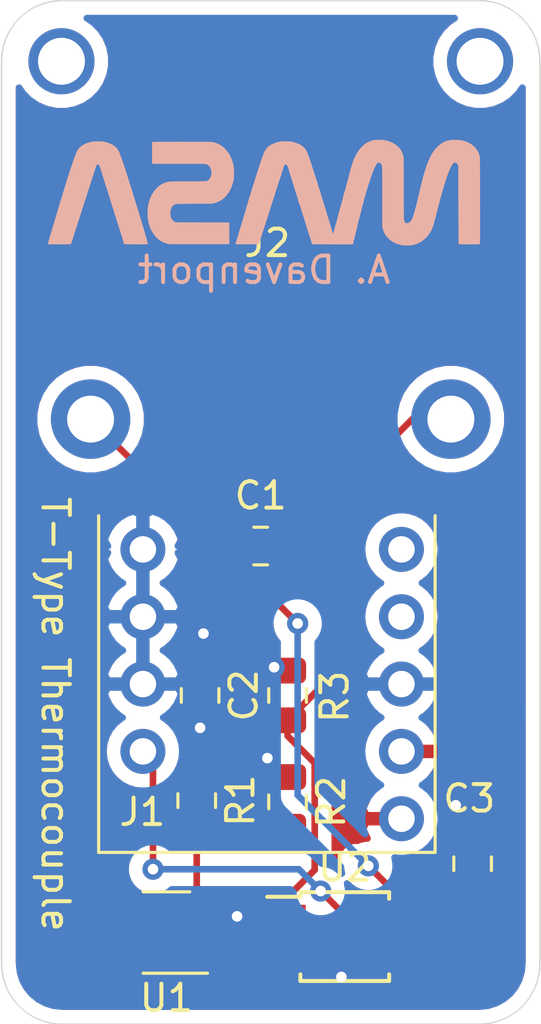
<source format=kicad_pcb>
(kicad_pcb (version 20171130) (host pcbnew "(5.1.0)-1")

  (general
    (thickness 1.6)
    (drawings 10)
    (tracks 67)
    (zones 0)
    (modules 11)
    (nets 12)
  )

  (page A4)
  (layers
    (0 F.Cu signal)
    (31 B.Cu signal)
    (32 B.Adhes user hide)
    (33 F.Adhes user hide)
    (34 B.Paste user hide)
    (35 F.Paste user hide)
    (36 B.SilkS user)
    (37 F.SilkS user)
    (38 B.Mask user)
    (39 F.Mask user)
    (40 Dwgs.User user hide)
    (41 Cmts.User user hide)
    (42 Eco1.User user hide)
    (43 Eco2.User user hide)
    (44 Edge.Cuts user)
    (45 Margin user hide)
    (46 B.CrtYd user hide)
    (47 F.CrtYd user)
    (48 B.Fab user hide)
    (49 F.Fab user hide)
  )

  (setup
    (last_trace_width 0.25)
    (trace_clearance 0.2)
    (zone_clearance 0.508)
    (zone_45_only no)
    (trace_min 0.2)
    (via_size 0.8)
    (via_drill 0.4)
    (via_min_size 0.4)
    (via_min_drill 0.3)
    (uvia_size 0.3)
    (uvia_drill 0.1)
    (uvias_allowed no)
    (uvia_min_size 0.2)
    (uvia_min_drill 0.1)
    (edge_width 0.05)
    (segment_width 0.2)
    (pcb_text_width 0.3)
    (pcb_text_size 1.5 1.5)
    (mod_edge_width 0.12)
    (mod_text_size 1 1)
    (mod_text_width 0.15)
    (pad_size 1.524 1.524)
    (pad_drill 0.762)
    (pad_to_mask_clearance 0.051)
    (solder_mask_min_width 0.25)
    (aux_axis_origin 0 0)
    (visible_elements 7FFFFFFF)
    (pcbplotparams
      (layerselection 0x010f0_ffffffff)
      (usegerberextensions true)
      (usegerberattributes false)
      (usegerberadvancedattributes false)
      (creategerberjobfile false)
      (excludeedgelayer true)
      (linewidth 0.100000)
      (plotframeref false)
      (viasonmask false)
      (mode 1)
      (useauxorigin false)
      (hpglpennumber 1)
      (hpglpenspeed 20)
      (hpglpendiameter 15.000000)
      (psnegative false)
      (psa4output false)
      (plotreference true)
      (plotvalue false)
      (plotinvisibletext false)
      (padsonsilk false)
      (subtractmaskfromsilk false)
      (outputformat 1)
      (mirror false)
      (drillshape 0)
      (scaleselection 1)
      (outputdirectory "gerbers/"))
  )

  (net 0 "")
  (net 1 "Net-(C1-Pad1)")
  (net 2 "Net-(C1-Pad2)")
  (net 3 GND)
  (net 4 +5V)
  (net 5 +3V3)
  (net 6 sig)
  (net 7 "Net-(J1-Pad4)")
  (net 8 "Net-(J1-Pad5)")
  (net 9 "Net-(R1-Pad2)")
  (net 10 "Net-(U1-Pad1)")
  (net 11 "Net-(U2-Pad4)")

  (net_class Default "This is the default net class."
    (clearance 0.2)
    (trace_width 0.25)
    (via_dia 0.8)
    (via_drill 0.4)
    (uvia_dia 0.3)
    (uvia_drill 0.1)
    (add_net +3V3)
    (add_net +5V)
    (add_net GND)
    (add_net "Net-(C1-Pad1)")
    (add_net "Net-(C1-Pad2)")
    (add_net "Net-(J1-Pad4)")
    (add_net "Net-(J1-Pad5)")
    (add_net "Net-(R1-Pad2)")
    (add_net "Net-(U1-Pad1)")
    (add_net "Net-(U2-Pad4)")
    (add_net sig)
  )

  (module davenport_kicad_footprints:PCC-OST (layer F.Cu) (tedit 5CAE2E13) (tstamp 5CA5A8B3)
    (at 157.734 73.533)
    (path /5CA80CA7)
    (fp_text reference J2 (at -0.127 6.858) (layer F.SilkS)
      (effects (font (size 1 1) (thickness 0.15)))
    )
    (fp_text value Conn_01x02 (at 0 -7.612) (layer F.Fab)
      (effects (font (size 1 1) (thickness 0.15)))
    )
    (fp_line (start 0.508 -1.016) (end 0 -2.032) (layer F.CrtYd) (width 0.12))
    (fp_line (start -0.508 -1.016) (end 0.508 -1.016) (layer F.CrtYd) (width 0.12))
    (fp_line (start 0 -2.032) (end -0.508 -1.016) (layer F.CrtYd) (width 0.12))
    (fp_line (start -10.16 -2.032) (end -10.16 -1.524) (layer F.CrtYd) (width 0.12))
    (fp_line (start 10.16 -2.032) (end -10.16 -2.032) (layer F.CrtYd) (width 0.12))
    (fp_line (start 10.16 15.24) (end 10.16 -2.032) (layer F.CrtYd) (width 0.12))
    (fp_line (start -10.16 15.24) (end 10.16 15.24) (layer F.CrtYd) (width 0.12))
    (fp_line (start -10.16 -1.524) (end -10.16 15.24) (layer F.CrtYd) (width 0.12))
    (pad 2 thru_hole circle (at 6.8 13.5) (size 3 3) (drill 1.77) (layers *.Cu *.Mask)
      (net 1 "Net-(C1-Pad1)"))
    (pad 1 thru_hole circle (at -6.8 13.5) (size 3 3) (drill 1.77) (layers *.Cu *.Mask)
      (net 2 "Net-(C1-Pad2)"))
    (pad "" thru_hole circle (at 7.9 0) (size 2.5 2.5) (drill 1.77) (layers *.Cu *.Mask))
    (pad "" thru_hole circle (at -7.9 0) (size 2.5 2.5) (drill 1.77) (layers *.Cu *.Mask))
  )

  (module davenport_kicad_footprints:logo-bss (layer B.Cu) (tedit 5CA514C8) (tstamp 5CA5C224)
    (at 158.75 79.756 180)
    (fp_text reference G*** (at 0 5.08 180) (layer B.Fab) hide
      (effects (font (size 1.524 1.524) (thickness 0.3)) (justify mirror))
    )
    (fp_text value LOGO (at 0.75 5.08 180) (layer B.Fab) hide
      (effects (font (size 1.524 1.524) (thickness 0.3)) (justify mirror))
    )
    (fp_poly (pts (xy 7.593702 3.197568) (xy 7.643152 3.196112) (xy 7.688298 3.193677) (xy 7.727006 3.190267)
      (xy 7.757144 3.185883) (xy 7.760447 3.185215) (xy 7.854564 3.162707) (xy 7.938972 3.136817)
      (xy 8.0147 3.107035) (xy 8.082777 3.072854) (xy 8.144231 3.033766) (xy 8.200092 2.989263)
      (xy 8.244454 2.94626) (xy 8.279137 2.905943) (xy 8.308912 2.862718) (xy 8.335282 2.813915)
      (xy 8.359751 2.756864) (xy 8.375581 2.713421) (xy 8.384961 2.687254) (xy 8.397353 2.654131)
      (xy 8.411041 2.618573) (xy 8.422572 2.589424) (xy 8.43722 2.551324) (xy 8.453077 2.507433)
      (xy 8.467917 2.464029) (xy 8.476596 2.437018) (xy 8.487974 2.401307) (xy 8.500409 2.364007)
      (xy 8.512287 2.329875) (xy 8.520832 2.306662) (xy 8.531144 2.278336) (xy 8.543175 2.243034)
      (xy 8.55522 2.205852) (xy 8.563079 2.180327) (xy 8.572664 2.149215) (xy 8.582061 2.120291)
      (xy 8.590146 2.096925) (xy 8.595487 2.083171) (xy 8.600776 2.069199) (xy 8.60864 2.045844)
      (xy 8.618214 2.015792) (xy 8.628634 1.981728) (xy 8.634529 1.961856) (xy 8.64623 1.922604)
      (xy 8.658691 1.881897) (xy 8.670657 1.843764) (xy 8.680876 1.812237) (xy 8.683844 1.8034)
      (xy 8.694982 1.769671) (xy 8.706697 1.732565) (xy 8.716951 1.698571) (xy 8.71968 1.6891)
      (xy 8.729264 1.656642) (xy 8.740284 1.621331) (xy 8.750515 1.590281) (xy 8.751472 1.5875)
      (xy 8.759895 1.562168) (xy 8.77154 1.525569) (xy 8.786166 1.478495) (xy 8.803531 1.421737)
      (xy 8.823394 1.356086) (xy 8.845512 1.282333) (xy 8.869644 1.201268) (xy 8.876564 1.177925)
      (xy 8.888117 1.139515) (xy 8.899715 1.102004) (xy 8.910403 1.068403) (xy 8.91923 1.041721)
      (xy 8.923817 1.0287) (xy 8.930425 1.00947) (xy 8.939583 0.980891) (xy 8.950447 0.9457)
      (xy 8.962172 0.906631) (xy 8.973812 0.866775) (xy 8.985285 0.826996) (xy 8.996712 0.787572)
      (xy 9.008398 0.74749) (xy 9.020644 0.705732) (xy 9.033753 0.661284) (xy 9.048027 0.61313)
      (xy 9.063769 0.560253) (xy 9.081282 0.50164) (xy 9.100867 0.436273) (xy 9.122828 0.363137)
      (xy 9.147466 0.281216) (xy 9.175085 0.189495) (xy 9.205986 0.086958) (xy 9.211144 0.06985)
      (xy 9.224978 0.023801) (xy 9.239394 -0.024472) (xy 9.253375 -0.071538) (xy 9.2659 -0.113966)
      (xy 9.275953 -0.148329) (xy 9.277134 -0.1524) (xy 9.288321 -0.190661) (xy 9.300446 -0.231527)
      (xy 9.312048 -0.270113) (xy 9.321669 -0.301536) (xy 9.321697 -0.301625) (xy 9.329194 -0.326096)
      (xy 9.339416 -0.359961) (xy 9.351573 -0.400575) (xy 9.364874 -0.445295) (xy 9.378531 -0.491476)
      (xy 9.385848 -0.516339) (xy 9.39972 -0.563933) (xy 9.4102 -0.600901) (xy 9.417598 -0.628581)
      (xy 9.422224 -0.648307) (xy 9.424386 -0.661419) (xy 9.424396 -0.669251) (xy 9.422561 -0.673141)
      (xy 9.422235 -0.673404) (xy 9.415333 -0.674489) (xy 9.39845 -0.675466) (xy 9.37263 -0.676335)
      (xy 9.338915 -0.677094) (xy 9.29835 -0.677746) (xy 9.251976 -0.678289) (xy 9.200837 -0.678724)
      (xy 9.145977 -0.67905) (xy 9.088438 -0.679269) (xy 9.029264 -0.679379) (xy 8.969498 -0.679381)
      (xy 8.910183 -0.679276) (xy 8.852362 -0.679062) (xy 8.797078 -0.678741) (xy 8.745375 -0.678311)
      (xy 8.698296 -0.677775) (xy 8.656884 -0.67713) (xy 8.622182 -0.676378) (xy 8.595234 -0.675518)
      (xy 8.577082 -0.674551) (xy 8.568769 -0.673477) (xy 8.568502 -0.673353) (xy 8.564942 -0.670181)
      (xy 8.5609 -0.664337) (xy 8.556107 -0.655026) (xy 8.550292 -0.641449) (xy 8.543184 -0.62281)
      (xy 8.534514 -0.598311) (xy 8.52401 -0.567156) (xy 8.511403 -0.528548) (xy 8.496421 -0.481689)
      (xy 8.478795 -0.425782) (xy 8.458254 -0.360031) (xy 8.434527 -0.283638) (xy 8.416216 -0.224496)
      (xy 8.404123 -0.186311) (xy 8.39027 -0.143985) (xy 8.376616 -0.103441) (xy 8.367925 -0.078446)
      (xy 8.355585 -0.042406) (xy 8.342526 -0.002265) (xy 8.330726 0.035819) (xy 8.325398 0.053975)
      (xy 8.315215 0.087984) (xy 8.303506 0.124457) (xy 8.292245 0.157326) (xy 8.288244 0.168275)
      (xy 8.279207 0.193758) (xy 8.268069 0.227258) (xy 8.256145 0.264717) (xy 8.24475 0.302076)
      (xy 8.243004 0.307975) (xy 8.232254 0.343723) (xy 8.221226 0.3791) (xy 8.211077 0.41048)
      (xy 8.20296 0.434237) (xy 8.201536 0.43815) (xy 8.194229 0.458998) (xy 8.184431 0.488525)
      (xy 8.173224 0.523393) (xy 8.16169 0.560265) (xy 8.156972 0.575666) (xy 8.145741 0.612082)
      (xy 8.134509 0.647625) (xy 8.124318 0.679055) (xy 8.11621 0.703134) (xy 8.113576 0.71055)
      (xy 8.106578 0.730876) (xy 8.097184 0.759804) (xy 8.086487 0.793885) (xy 8.075582 0.829676)
      (xy 8.072581 0.839734) (xy 8.061048 0.87768) (xy 8.048611 0.9171) (xy 8.036642 0.95373)
      (xy 8.026513 0.983306) (xy 8.025037 0.987425) (xy 8.016447 1.011991) (xy 8.005176 1.045414)
      (xy 7.992249 1.08459) (xy 7.978691 1.126415) (xy 7.966333 1.165225) (xy 7.951477 1.212061)
      (xy 7.934783 1.264224) (xy 7.917765 1.31701) (xy 7.901938 1.365714) (xy 7.89272 1.393825)
      (xy 7.878295 1.437942) (xy 7.862464 1.486937) (xy 7.846784 1.535955) (xy 7.832812 1.580142)
      (xy 7.827537 1.597025) (xy 7.815511 1.635541) (xy 7.803882 1.672378) (xy 7.791877 1.709921)
      (xy 7.778726 1.750557) (xy 7.763659 1.796673) (xy 7.745904 1.850653) (xy 7.732157 1.8923)
      (xy 7.722685 1.921115) (xy 7.710767 1.957589) (xy 7.697787 1.997475) (xy 7.68513 2.036524)
      (xy 7.682487 2.0447) (xy 7.661293 2.110319) (xy 7.64351 2.165043) (xy 7.628658 2.20986)
      (xy 7.616258 2.245758) (xy 7.605833 2.273726) (xy 7.596902 2.294752) (xy 7.588986 2.309824)
      (xy 7.581608 2.31993) (xy 7.574287 2.326058) (xy 7.566545 2.329198) (xy 7.557903 2.330337)
      (xy 7.547882 2.330463) (xy 7.543998 2.33045) (xy 7.528533 2.329532) (xy 7.515242 2.325996)
      (xy 7.503445 2.318668) (xy 7.49246 2.306375) (xy 7.481606 2.287944) (xy 7.470204 2.262201)
      (xy 7.457572 2.227973) (xy 7.44303 2.184087) (xy 7.425897 2.12937) (xy 7.424267 2.124075)
      (xy 7.400282 2.046163) (xy 7.379631 1.9792) (xy 7.361989 1.922156) (xy 7.347033 1.873999)
      (xy 7.334437 1.8337) (xy 7.323879 1.800226) (xy 7.315032 1.772547) (xy 7.307574 1.749633)
      (xy 7.30118 1.730452) (xy 7.295525 1.713973) (xy 7.293148 1.7072) (xy 7.281893 1.673549)
      (xy 7.270088 1.635387) (xy 7.260057 1.600265) (xy 7.258941 1.596075) (xy 7.250945 1.567939)
      (xy 7.24004 1.532593) (xy 7.227644 1.494508) (xy 7.215177 1.458154) (xy 7.214884 1.457325)
      (xy 7.201801 1.41935) (xy 7.186948 1.374543) (xy 7.172028 1.328127) (xy 7.15874 1.285324)
      (xy 7.156989 1.279525) (xy 7.145923 1.243286) (xy 7.134832 1.207956) (xy 7.12476 1.176793)
      (xy 7.11675 1.153056) (xy 7.114286 1.146175) (xy 7.1071 1.125291) (xy 7.097745 1.096076)
      (xy 7.087399 1.062301) (xy 7.077237 1.027734) (xy 7.076604 1.025525) (xy 7.059811 0.967588)
      (xy 7.041969 0.907395) (xy 7.023835 0.847406) (xy 7.006166 0.790078) (xy 6.989719 0.737873)
      (xy 6.975251 0.693248) (xy 6.965233 0.663575) (xy 6.95381 0.629244) (xy 6.942013 0.591472)
      (xy 6.931765 0.556487) (xy 6.928304 0.543821) (xy 6.918877 0.510668) (xy 6.907144 0.47287)
      (xy 6.895285 0.437383) (xy 6.892496 0.429521) (xy 6.88266 0.400972) (xy 6.870838 0.36475)
      (xy 6.858437 0.325264) (xy 6.846866 0.286924) (xy 6.845591 0.282581) (xy 6.835673 0.249384)
      (xy 6.826216 0.219038) (xy 6.818107 0.194292) (xy 6.81223 0.177899) (xy 6.810858 0.174631)
      (xy 6.806644 0.163959) (xy 6.800087 0.145095) (xy 6.791023 0.117516) (xy 6.779287 0.080697)
      (xy 6.764714 0.034116) (xy 6.74714 -0.022753) (xy 6.726398 -0.090433) (xy 6.702326 -0.169447)
      (xy 6.694002 -0.19685) (xy 6.681462 -0.23766) (xy 6.668941 -0.277529) (xy 6.657314 -0.313731)
      (xy 6.647458 -0.343538) (xy 6.640249 -0.364223) (xy 6.639916 -0.365125) (xy 6.632593 -0.386265)
      (xy 6.622856 -0.416391) (xy 6.611675 -0.4524) (xy 6.600017 -0.491191) (xy 6.59212 -0.518235)
      (xy 6.57829 -0.565299) (xy 6.566866 -0.601631) (xy 6.557213 -0.62871) (xy 6.548696 -0.648011)
      (xy 6.540681 -0.661013) (xy 6.532532 -0.66919) (xy 6.525477 -0.673258) (xy 6.517223 -0.674442)
      (xy 6.498422 -0.675517) (xy 6.469551 -0.676477) (xy 6.431086 -0.677315) (xy 6.383505 -0.678025)
      (xy 6.327284 -0.678599) (xy 6.2629 -0.679031) (xy 6.19083 -0.679315) (xy 6.111552 -0.679443)
      (xy 6.08709 -0.67945) (xy 6.006433 -0.679416) (xy 5.936147 -0.679305) (xy 5.875579 -0.679106)
      (xy 5.824078 -0.678804) (xy 5.780989 -0.678388) (xy 5.74566 -0.677844) (xy 5.717439 -0.67716)
      (xy 5.695672 -0.676323) (xy 5.679707 -0.67532) (xy 5.668891 -0.674137) (xy 5.662571 -0.672764)
      (xy 5.660094 -0.671186) (xy 5.660051 -0.671075) (xy 5.660505 -0.661922) (xy 5.66383 -0.642931)
      (xy 5.66948 -0.616341) (xy 5.676909 -0.584389) (xy 5.685573 -0.549315) (xy 5.694925 -0.513356)
      (xy 5.704422 -0.478749) (xy 5.713517 -0.447734) (xy 5.717766 -0.434201) (xy 5.725024 -0.410949)
      (xy 5.734666 -0.378902) (xy 5.745718 -0.341362) (xy 5.757205 -0.30163) (xy 5.764433 -0.276225)
      (xy 5.779973 -0.221751) (xy 5.796967 -0.163129) (xy 5.814721 -0.102676) (xy 5.832542 -0.042709)
      (xy 5.849739 0.014455) (xy 5.865617 0.066497) (xy 5.879484 0.111102) (xy 5.890647 0.14595)
      (xy 5.89068 0.14605) (xy 5.899673 0.174252) (xy 5.910851 0.210507) (xy 5.922992 0.250794)
      (xy 5.934877 0.291089) (xy 5.938851 0.3048) (xy 5.963477 0.389791) (xy 5.984902 0.462803)
      (xy 6.003173 0.523995) (xy 6.01834 0.573524) (xy 6.030449 0.611549) (xy 6.039548 0.638227)
      (xy 6.040368 0.640479) (xy 6.047022 0.65993) (xy 6.05618 0.688566) (xy 6.066944 0.723489)
      (xy 6.07842 0.761803) (xy 6.087491 0.792879) (xy 6.100239 0.836516) (xy 6.115426 0.887563)
      (xy 6.131692 0.941506) (xy 6.147678 0.99383) (xy 6.159471 1.031875) (xy 6.174145 1.078914)
      (xy 6.191117 1.133483) (xy 6.209009 1.191137) (xy 6.226442 1.247434) (xy 6.242038 1.297932)
      (xy 6.242236 1.298575) (xy 6.255647 1.34191) (xy 6.268929 1.384519) (xy 6.281274 1.423834)
      (xy 6.291874 1.457286) (xy 6.299922 1.482306) (xy 6.302145 1.489075) (xy 6.323757 1.555132)
      (xy 6.34737 1.628838) (xy 6.371583 1.70576) (xy 6.394995 1.781467) (xy 6.407468 1.82245)
      (xy 6.419831 1.862788) (xy 6.432943 1.904612) (xy 6.44558 1.944076) (xy 6.456515 1.977336)
      (xy 6.461062 1.990725) (xy 6.472447 2.024694) (xy 6.484305 2.061698) (xy 6.494717 2.095691)
      (xy 6.498364 2.1082) (xy 6.508329 2.140721) (xy 6.52025 2.176091) (xy 6.531707 2.20716)
      (xy 6.532752 2.2098) (xy 6.541936 2.234265) (xy 6.553301 2.266712) (xy 6.565468 2.303102)
      (xy 6.577062 2.339397) (xy 6.578225 2.34315) (xy 6.590528 2.381625) (xy 6.606124 2.428256)
      (xy 6.624174 2.480711) (xy 6.643838 2.53666) (xy 6.664278 2.59377) (xy 6.684654 2.649709)
      (xy 6.704129 2.702147) (xy 6.721864 2.748751) (xy 6.737018 2.787189) (xy 6.74441 2.805094)
      (xy 6.778677 2.871575) (xy 6.822786 2.93251) (xy 6.876633 2.98783) (xy 6.940114 3.037468)
      (xy 7.013127 3.081355) (xy 7.095567 3.119424) (xy 7.18733 3.151608) (xy 7.288312 3.177837)
      (xy 7.326052 3.185644) (xy 7.356537 3.190102) (xy 7.395515 3.193568) (xy 7.440854 3.196046)
      (xy 7.49042 3.197537) (xy 7.54208 3.198044) (xy 7.593702 3.197568)) (layer B.SilkS) (width 0.01))
    (fp_poly (pts (xy 4.523138 3.182145) (xy 4.620822 3.182043) (xy 4.716314 3.181884) (xy 4.809002 3.181669)
      (xy 4.898273 3.1814) (xy 4.983516 3.181078) (xy 5.064119 3.180704) (xy 5.13947 3.180281)
      (xy 5.208958 3.179809) (xy 5.271969 3.179291) (xy 5.327894 3.178727) (xy 5.376119 3.178119)
      (xy 5.416034 3.17747) (xy 5.447025 3.176779) (xy 5.468482 3.176049) (xy 5.479792 3.175281)
      (xy 5.481389 3.174936) (xy 5.483615 3.17328) (xy 5.485516 3.170635) (xy 5.487118 3.166059)
      (xy 5.488446 3.158605) (xy 5.489526 3.14733) (xy 5.490383 3.131289) (xy 5.491043 3.109538)
      (xy 5.491533 3.081131) (xy 5.491877 3.045124) (xy 5.4921 3.000573) (xy 5.49223 2.946533)
      (xy 5.492291 2.882059) (xy 5.492309 2.806206) (xy 5.492309 2.772536) (xy 5.492298 2.69178)
      (xy 5.492248 2.622769) (xy 5.492134 2.564553) (xy 5.491932 2.516175) (xy 5.491618 2.476685)
      (xy 5.491167 2.445127) (xy 5.490555 2.42055) (xy 5.489758 2.401998) (xy 5.488751 2.388519)
      (xy 5.48751 2.37916) (xy 5.48601 2.372968) (xy 5.484228 2.368988) (xy 5.482137 2.366267)
      (xy 5.481909 2.366026) (xy 5.480128 2.364676) (xy 5.477171 2.363444) (xy 5.472561 2.362325)
      (xy 5.465817 2.361314) (xy 5.456463 2.360406) (xy 5.444019 2.359597) (xy 5.428007 2.358881)
      (xy 5.407949 2.358254) (xy 5.383366 2.357712) (xy 5.35378 2.357249) (xy 5.318713 2.35686)
      (xy 5.277685 2.356542) (xy 5.230219 2.356288) (xy 5.175836 2.356094) (xy 5.114058 2.355956)
      (xy 5.044406 2.355869) (xy 4.966402 2.355827) (xy 4.879567 2.355827) (xy 4.783424 2.355863)
      (xy 4.677492 2.35593) (xy 4.561295 2.356024) (xy 4.488344 2.35609) (xy 4.3846 2.35616)
      (xy 4.283556 2.356177) (xy 4.185787 2.356144) (xy 4.09187 2.356062) (xy 4.002379 2.355935)
      (xy 3.91789 2.355763) (xy 3.838979 2.355549) (xy 3.766221 2.355296) (xy 3.700191 2.355005)
      (xy 3.641465 2.354678) (xy 3.590619 2.354318) (xy 3.548228 2.353927) (xy 3.514868 2.353506)
      (xy 3.491114 2.353058) (xy 3.477541 2.352586) (xy 3.474862 2.352358) (xy 3.443807 2.343515)
      (xy 3.409563 2.32705) (xy 3.375963 2.305131) (xy 3.347122 2.28021) (xy 3.326223 2.254144)
      (xy 3.305714 2.220217) (xy 3.288086 2.183037) (xy 3.276435 2.149475) (xy 3.26982 2.130225)
      (xy 3.262183 2.114657) (xy 3.260569 2.112296) (xy 3.256778 2.105092) (xy 3.254221 2.093791)
      (xy 3.252698 2.076198) (xy 3.25201 2.050115) (xy 3.251944 2.017046) (xy 3.25239 1.979799)
      (xy 3.253616 1.952004) (xy 3.255956 1.930424) (xy 3.259746 1.911823) (xy 3.264505 1.895475)
      (xy 3.289005 1.835965) (xy 3.321317 1.785211) (xy 3.361084 1.743627) (xy 3.407948 1.711628)
      (xy 3.43347 1.699542) (xy 3.441168 1.698357) (xy 3.458468 1.697231) (xy 3.485503 1.696161)
      (xy 3.522409 1.695145) (xy 3.569321 1.694182) (xy 3.626373 1.69327) (xy 3.693701 1.692405)
      (xy 3.771439 1.691587) (xy 3.859723 1.690813) (xy 3.958686 1.690081) (xy 4.068465 1.68939)
      (xy 4.133564 1.689025) (xy 4.234474 1.688481) (xy 4.324989 1.687981) (xy 4.405739 1.687509)
      (xy 4.477352 1.68705) (xy 4.540458 1.68659) (xy 4.595687 1.686111) (xy 4.643666 1.685601)
      (xy 4.685026 1.685042) (xy 4.720396 1.684419) (xy 4.750405 1.683719) (xy 4.775682 1.682924)
      (xy 4.796857 1.68202) (xy 4.814559 1.680992) (xy 4.829417 1.679824) (xy 4.842061 1.6785)
      (xy 4.853119 1.677007) (xy 4.86322 1.675328) (xy 4.872995 1.673448) (xy 4.883073 1.671351)
      (xy 4.885973 1.670736) (xy 4.951147 1.654121) (xy 5.016896 1.632216) (xy 5.07936 1.606457)
      (xy 5.13449 1.578385) (xy 5.218357 1.523361) (xy 5.296569 1.457833) (xy 5.368559 1.382563)
      (xy 5.433763 1.298312) (xy 5.491615 1.205843) (xy 5.541548 1.105917) (xy 5.582997 0.999295)
      (xy 5.596743 0.956054) (xy 5.614839 0.893041) (xy 5.629191 0.836693) (xy 5.640262 0.783929)
      (xy 5.648515 0.731674) (xy 5.654415 0.676849) (xy 5.658424 0.616376) (xy 5.661007 0.547176)
      (xy 5.661537 0.525866) (xy 5.662547 0.475246) (xy 5.662874 0.433094) (xy 5.662264 0.396764)
      (xy 5.660461 0.363606) (xy 5.657211 0.330972) (xy 5.65226 0.296213) (xy 5.645354 0.256681)
      (xy 5.636236 0.209728) (xy 5.62657 0.162059) (xy 5.613912 0.102724) (xy 5.602016 0.053156)
      (xy 5.590005 0.010565) (xy 5.577001 -0.027842) (xy 5.562128 -0.064856) (xy 5.544509 -0.103267)
      (xy 5.540836 -0.110838) (xy 5.48454 -0.215841) (xy 5.423743 -0.309401) (xy 5.358053 -0.391855)
      (xy 5.287082 -0.463543) (xy 5.210439 -0.524806) (xy 5.127733 -0.575981) (xy 5.038575 -0.617408)
      (xy 4.942574 -0.649427) (xy 4.912607 -0.657194) (xy 4.845267 -0.673573) (xy 3.715634 -0.674924)
      (xy 3.564681 -0.675073) (xy 3.424428 -0.675148) (xy 3.294898 -0.675148) (xy 3.176117 -0.675073)
      (xy 3.068109 -0.674924) (xy 2.970897 -0.674701) (xy 2.884506 -0.674404) (xy 2.808961 -0.674032)
      (xy 2.744285 -0.673586) (xy 2.690502 -0.673067) (xy 2.647638 -0.672474) (xy 2.615716 -0.671806)
      (xy 2.59476 -0.671066) (xy 2.584796 -0.670252) (xy 2.583896 -0.669925) (xy 2.583549 -0.662619)
      (xy 2.583265 -0.643707) (xy 2.583044 -0.614283) (xy 2.58289 -0.575441) (xy 2.582803 -0.528275)
      (xy 2.582786 -0.473877) (xy 2.58284 -0.413344) (xy 2.582967 -0.347767) (xy 2.583169 -0.278241)
      (xy 2.58322 -0.263525) (xy 2.584649 0.136525) (xy 4.596585 0.142875) (xy 4.628837 0.157042)
      (xy 4.659739 0.172189) (xy 4.684157 0.188589) (xy 4.70648 0.209604) (xy 4.724199 0.230064)
      (xy 4.7558 0.274484) (xy 4.779191 0.32158) (xy 4.795172 0.373698) (xy 4.804546 0.433184)
      (xy 4.807331 0.47335) (xy 4.807841 0.533905) (xy 4.803442 0.585999) (xy 4.793684 0.632785)
      (xy 4.778312 0.676957) (xy 4.750603 0.730065) (xy 4.715829 0.773458) (xy 4.674268 0.806889)
      (xy 4.626203 0.83011) (xy 4.593829 0.839153) (xy 4.584175 0.840425) (xy 4.567417 0.84162)
      (xy 4.543211 0.842742) (xy 4.511213 0.843797) (xy 4.471082 0.844792) (xy 4.422473 0.84573)
      (xy 4.365044 0.846619) (xy 4.298451 0.847464) (xy 4.22235 0.848271) (xy 4.136399 0.849045)
      (xy 4.040254 0.849791) (xy 3.933573 0.850516) (xy 3.885517 0.850816) (xy 3.78545 0.851427)
      (xy 3.695784 0.851988) (xy 3.615896 0.852515) (xy 3.545162 0.853022) (xy 3.48296 0.853526)
      (xy 3.428666 0.854042) (xy 3.381657 0.854586) (xy 3.341309 0.855174) (xy 3.307 0.855821)
      (xy 3.278107 0.856543) (xy 3.254006 0.857355) (xy 3.234073 0.858273) (xy 3.217687 0.859313)
      (xy 3.204222 0.860491) (xy 3.193058 0.861821) (xy 3.183569 0.863321) (xy 3.175133 0.865005)
      (xy 3.167127 0.866888) (xy 3.158928 0.868988) (xy 3.158633 0.869064) (xy 3.057839 0.900795)
      (xy 2.964317 0.941792) (xy 2.877656 0.9924) (xy 2.797447 1.05296) (xy 2.723277 1.123818)
      (xy 2.654735 1.205315) (xy 2.591411 1.297795) (xy 2.542225 1.383695) (xy 2.520687 1.427932)
      (xy 2.50023 1.477625) (xy 2.480131 1.534768) (xy 2.459666 1.601354) (xy 2.447463 1.64465)
      (xy 2.439208 1.674074) (xy 2.431681 1.6997) (xy 2.425728 1.718716) (xy 2.42227 1.728166)
      (xy 2.41831 1.742488) (xy 2.414613 1.767873) (xy 2.411286 1.802685) (xy 2.408435 1.84529)
      (xy 2.406167 1.894051) (xy 2.404587 1.947333) (xy 2.403802 2.0035) (xy 2.403757 2.012929)
      (xy 2.404397 2.089321) (xy 2.407152 2.156166) (xy 2.412402 2.216463) (xy 2.420529 2.273206)
      (xy 2.431913 2.329394) (xy 2.446934 2.388021) (xy 2.455036 2.416175) (xy 2.48902 2.519084)
      (xy 2.526894 2.610963) (xy 2.569114 2.692851) (xy 2.594135 2.733675) (xy 2.630573 2.785922)
      (xy 2.672313 2.839563) (xy 2.716712 2.891512) (xy 2.761126 2.938683) (xy 2.802912 2.977989)
      (xy 2.804593 2.979441) (xy 2.871727 3.030397) (xy 2.947808 3.075703) (xy 3.03168 3.114786)
      (xy 3.122187 3.147074) (xy 3.171693 3.161042) (xy 3.235083 3.177378) (xy 3.5603 3.179675)
      (xy 3.64626 3.18023) (xy 3.736146 3.180712) (xy 3.829345 3.181124) (xy 3.925247 3.181466)
      (xy 4.023239 3.18174) (xy 4.122709 3.181948) (xy 4.223046 3.182091) (xy 4.323638 3.18217)
      (xy 4.423872 3.182188) (xy 4.523138 3.182145)) (layer B.SilkS) (width 0.01))
    (fp_poly (pts (xy -5.794545 3.249661) (xy -5.708253 3.23615) (xy -5.627429 3.215077) (xy -5.550719 3.18605)
      (xy -5.47677 3.148676) (xy -5.404227 3.102561) (xy -5.366638 3.075018) (xy -5.32932 3.043665)
      (xy -5.288027 3.004158) (xy -5.244911 2.958903) (xy -5.202125 2.910305) (xy -5.161819 2.860768)
      (xy -5.126146 2.812699) (xy -5.108393 2.786386) (xy -5.048428 2.685867) (xy -4.990637 2.573572)
      (xy -4.935334 2.450243) (xy -4.882838 2.316622) (xy -4.833464 2.173452) (xy -4.798767 2.060575)
      (xy -4.786904 2.020298) (xy -4.775458 1.981986) (xy -4.765163 1.948052) (xy -4.756752 1.920909)
      (xy -4.750958 1.902969) (xy -4.750251 1.900906) (xy -4.74479 1.883163) (xy -4.737392 1.856221)
      (xy -4.728868 1.823181) (xy -4.720029 1.787141) (xy -4.716157 1.770731) (xy -4.706479 1.730109)
      (xy -4.695842 1.686997) (xy -4.685392 1.645946) (xy -4.676271 1.611506) (xy -4.674338 1.60448)
      (xy -4.666505 1.574651) (xy -4.657095 1.536234) (xy -4.646999 1.493016) (xy -4.637108 1.448786)
      (xy -4.63101 1.42033) (xy -4.621961 1.378446) (xy -4.612307 1.33587) (xy -4.602876 1.296117)
      (xy -4.594498 1.262703) (xy -4.589598 1.2446) (xy -4.582468 1.217864) (xy -4.573685 1.182281)
      (xy -4.564082 1.141378) (xy -4.554493 1.098683) (xy -4.54816 1.069261) (xy -4.538594 1.025434)
      (xy -4.527904 0.979011) (xy -4.51708 0.93414) (xy -4.507113 0.894967) (xy -4.501863 0.875586)
      (xy -4.491699 0.838559) (xy -4.481155 0.79884) (xy -4.471598 0.761649) (xy -4.465433 0.7366)
      (xy -4.458098 0.70743) (xy -4.448143 0.670182) (xy -4.436177 0.626927) (xy -4.422806 0.579737)
      (xy -4.408639 0.530684) (xy -4.394282 0.481837) (xy -4.380344 0.435269) (xy -4.367431 0.39305)
      (xy -4.356151 0.357252) (xy -4.347111 0.329945) (xy -4.342166 0.316282) (xy -4.313925 0.2534)
      (xy -4.283003 0.202707) (xy -4.249281 0.164042) (xy -4.212642 0.137241) (xy -4.212247 0.137025)
      (xy -4.179794 0.122993) (xy -4.145566 0.114387) (xy -4.113324 0.111879) (xy -4.089987 0.115131)
      (xy -4.07121 0.124287) (xy -4.052223 0.13943) (xy -4.03616 0.157417) (xy -4.026159 0.175102)
      (xy -4.02467 0.180639) (xy -4.022363 0.192993) (xy -4.018287 0.213528) (xy -4.013269 0.23808)
      (xy -4.012601 0.2413) (xy -4.011371 0.247733) (xy -4.010247 0.255053) (xy -4.009221 0.263831)
      (xy -4.008291 0.274634) (xy -4.007449 0.288033) (xy -4.006692 0.304595) (xy -4.006014 0.32489)
      (xy -4.00541 0.349486) (xy -4.004874 0.378952) (xy -4.004402 0.413858) (xy -4.003988 0.454772)
      (xy -4.003628 0.502263) (xy -4.003315 0.556899) (xy -4.003046 0.61925) (xy -4.002814 0.689885)
      (xy -4.002615 0.769372) (xy -4.002444 0.85828) (xy -4.002294 0.957179) (xy -4.002162 1.066636)
      (xy -4.002042 1.187222) (xy -4.001929 1.319504) (xy -4.001844 1.42875) (xy -4.001705 1.58374)
      (xy -4.001528 1.726354) (xy -4.001313 1.856916) (xy -4.001057 1.975751) (xy -4.000758 2.083184)
      (xy -4.000414 2.179537) (xy -4.000024 2.265137) (xy -3.999585 2.340306) (xy -3.999096 2.405369)
      (xy -3.998553 2.46065) (xy -3.997957 2.506474) (xy -3.997303 2.543165) (xy -3.996591 2.571047)
      (xy -3.995819 2.590444) (xy -3.994984 2.601681) (xy -3.994723 2.6035) (xy -3.985355 2.649641)
      (xy -3.974282 2.690494) (xy -3.959839 2.731491) (xy -3.943324 2.771302) (xy -3.921353 2.819466)
      (xy -3.900746 2.858999) (xy -3.879399 2.893326) (xy -3.85521 2.92587) (xy -3.830513 2.955067)
      (xy -3.764837 3.020771) (xy -3.690488 3.079247) (xy -3.608033 3.130204) (xy -3.518034 3.173346)
      (xy -3.421058 3.20838) (xy -3.317669 3.235013) (xy -3.277526 3.242745) (xy -3.253669 3.246425)
      (xy -3.227982 3.24926) (xy -3.19872 3.251339) (xy -3.164135 3.25275) (xy -3.122482 3.253584)
      (xy -3.072016 3.253927) (xy -3.057039 3.253947) (xy -3.003255 3.253747) (xy -2.958495 3.252889)
      (xy -2.920765 3.251061) (xy -2.88807 3.247954) (xy -2.858414 3.243257) (xy -2.829803 3.23666)
      (xy -2.800241 3.227851) (xy -2.767733 3.21652) (xy -2.733439 3.203575) (xy -2.642679 3.161937)
      (xy -2.55637 3.108829) (xy -2.474767 3.044525) (xy -2.398126 2.969301) (xy -2.326702 2.883431)
      (xy -2.26075 2.787188) (xy -2.200527 2.680848) (xy -2.152475 2.579143) (xy -2.137817 2.545484)
      (xy -2.124311 2.514795) (xy -2.112947 2.489305) (xy -2.10472 2.471245) (xy -2.101144 2.4638)
      (xy -2.094154 2.447285) (xy -2.085201 2.421825) (xy -2.075257 2.390719) (xy -2.065297 2.357264)
      (xy -2.056293 2.324757) (xy -2.049219 2.296495) (xy -2.045049 2.275776) (xy -2.044583 2.272239)
      (xy -2.040237 2.25011) (xy -2.033293 2.240221) (xy -2.032443 2.239897) (xy -2.026407 2.232638)
      (xy -2.019199 2.213882) (xy -2.010652 2.183165) (xy -2.007696 2.171109) (xy -1.999799 2.139095)
      (xy -1.989758 2.099818) (xy -1.97882 2.058096) (xy -1.968237 2.018749) (xy -1.967519 2.016125)
      (xy -1.956178 1.973946) (xy -1.943523 1.925601) (xy -1.931132 1.877182) (xy -1.920974 1.836388)
      (xy -1.911239 1.797783) (xy -1.90055 1.757456) (xy -1.890122 1.719871) (xy -1.881168 1.689493)
      (xy -1.880146 1.686213) (xy -1.873032 1.662471) (xy -1.864247 1.631451) (xy -1.854306 1.595149)
      (xy -1.843724 1.55556) (xy -1.833014 1.514682) (xy -1.822692 1.474511) (xy -1.813272 1.437044)
      (xy -1.805267 1.404276) (xy -1.799194 1.378205) (xy -1.795566 1.360827) (xy -1.794756 1.354856)
      (xy -1.79068 1.34235) (xy -1.786549 1.337376) (xy -1.782697 1.329491) (xy -1.776586 1.311736)
      (xy -1.768857 1.286496) (xy -1.76015 1.256155) (xy -1.751106 1.223095) (xy -1.742364 1.189702)
      (xy -1.734566 1.158357) (xy -1.728351 1.131446) (xy -1.72436 1.111352) (xy -1.723195 1.101533)
      (xy -1.721082 1.089949) (xy -1.715538 1.070364) (xy -1.707618 1.046378) (xy -1.704634 1.038033)
      (xy -1.696133 1.012303) (xy -1.686191 0.978418) (xy -1.675978 0.940558) (xy -1.666662 0.902907)
      (xy -1.665643 0.898525) (xy -1.654122 0.849224) (xy -1.644768 0.810703) (xy -1.637149 0.781402)
      (xy -1.630835 0.759761) (xy -1.625392 0.744219) (xy -1.620391 0.733214) (xy -1.619496 0.731579)
      (xy -1.612705 0.715271) (xy -1.607222 0.695166) (xy -1.606893 0.693479) (xy -1.602642 0.672956)
      (xy -1.596368 0.646375) (xy -1.587778 0.612628) (xy -1.576582 0.570605) (xy -1.562487 0.519198)
      (xy -1.545202 0.457298) (xy -1.53802 0.4318) (xy -1.525469 0.386632) (xy -1.51315 0.341039)
      (xy -1.501811 0.297885) (xy -1.4922 0.26003) (xy -1.485064 0.230338) (xy -1.483256 0.22225)
      (xy -1.475815 0.190697) (xy -1.467545 0.160039) (xy -1.459686 0.134695) (xy -1.45566 0.123825)
      (xy -1.447998 0.102122) (xy -1.439664 0.073522) (xy -1.432247 0.043558) (xy -1.431059 0.0381)
      (xy -1.421728 -0.002263) (xy -1.409705 -0.049067) (xy -1.396404 -0.097137) (xy -1.383238 -0.141304)
      (xy -1.375545 -0.1651) (xy -1.369435 -0.185207) (xy -1.362068 -0.212336) (xy -1.354871 -0.241189)
      (xy -1.353711 -0.246128) (xy -1.347784 -0.270208) (xy -1.342508 -0.289121) (xy -1.338745 -0.299856)
      (xy -1.337905 -0.301157) (xy -1.335238 -0.296169) (xy -1.32969 -0.280933) (xy -1.321809 -0.257274)
      (xy -1.312144 -0.227012) (xy -1.301244 -0.191971) (xy -1.289657 -0.153974) (xy -1.277931 -0.114842)
      (xy -1.266616 -0.076399) (xy -1.256261 -0.040468) (xy -1.247412 -0.00887) (xy -1.24062 0.016572)
      (xy -1.236432 0.034034) (xy -1.235509 0.039044) (xy -1.230161 0.059628) (xy -1.221735 0.077567)
      (xy -1.221348 0.078145) (xy -1.213428 0.095293) (xy -1.210468 0.111627) (xy -1.207739 0.128501)
      (xy -1.202719 0.1392) (xy -1.198152 0.148922) (xy -1.191367 0.168098) (xy -1.183261 0.194)
      (xy -1.174733 0.223902) (xy -1.174319 0.225425) (xy -1.164324 0.260622) (xy -1.153237 0.296967)
      (xy -1.142547 0.329705) (xy -1.135237 0.350224) (xy -1.126494 0.375525) (xy -1.116187 0.408836)
      (xy -1.105582 0.445889) (xy -1.095946 0.482419) (xy -1.095646 0.483615) (xy -1.087408 0.515773)
      (xy -1.079652 0.544509) (xy -1.073137 0.567108) (xy -1.068627 0.580852) (xy -1.067916 0.582557)
      (xy -1.063703 0.593751) (xy -1.057019 0.613933) (xy -1.048588 0.640676) (xy -1.039129 0.671556)
      (xy -1.029366 0.704147) (xy -1.020019 0.736026) (xy -1.011811 0.764766) (xy -1.005462 0.787943)
      (xy -1.001695 0.803131) (xy -1.000973 0.807505) (xy -0.998534 0.818877) (xy -0.99291 0.833706)
      (xy -0.986113 0.852984) (xy -0.981256 0.873705) (xy -0.976508 0.891588) (xy -0.969889 0.904859)
      (xy -0.969391 0.905465) (xy -0.962175 0.918277) (xy -0.956585 0.935316) (xy -0.950437 0.960404)
      (xy -0.941802 0.9916) (xy -0.930177 1.030625) (xy -0.915061 1.0792) (xy -0.909935 1.095375)
      (xy -0.900191 1.12647) (xy -0.888013 1.166021) (xy -0.874489 1.210454) (xy -0.860708 1.256191)
      (xy -0.849021 1.2954) (xy -0.837641 1.333061) (xy -0.827046 1.366732) (xy -0.817868 1.39451)
      (xy -0.810742 1.414491) (xy -0.8063 1.424771) (xy -0.805712 1.425575) (xy -0.801868 1.433565)
      (xy -0.795664 1.451181) (xy -0.78783 1.475861) (xy -0.779097 1.505042) (xy -0.770195 1.536159)
      (xy -0.761855 1.56665) (xy -0.754807 1.593952) (xy -0.749781 1.615499) (xy -0.747508 1.628731)
      (xy -0.747447 1.630055) (xy -0.745133 1.640958) (xy -0.738943 1.659856) (xy -0.730009 1.683429)
      (xy -0.725491 1.694451) (xy -0.713809 1.724764) (xy -0.7013 1.761204) (xy -0.690023 1.797643)
      (xy -0.686118 1.81159) (xy -0.676119 1.846443) (xy -0.66428 1.884192) (xy -0.652596 1.918576)
      (xy -0.648255 1.9304) (xy -0.637052 1.961325) (xy -0.625835 1.994506) (xy -0.616696 2.023712)
      (xy -0.615217 2.028825) (xy -0.607485 2.054722) (xy -0.597246 2.087128) (xy -0.586173 2.1208)
      (xy -0.580743 2.136775) (xy -0.570205 2.168069) (xy -0.557625 2.206517) (xy -0.544568 2.247275)
      (xy -0.532605 2.285499) (xy -0.532451 2.286) (xy -0.520154 2.325085) (xy -0.506347 2.367649)
      (xy -0.492741 2.408482) (xy -0.481332 2.441575) (xy -0.470803 2.471865) (xy -0.461196 2.50044)
      (xy -0.453675 2.523782) (xy -0.449807 2.536825) (xy -0.444829 2.552553) (xy -0.436344 2.576488)
      (xy -0.425551 2.605352) (xy -0.41389 2.63525) (xy -0.400321 2.66966) (xy -0.386188 2.706095)
      (xy -0.373361 2.739704) (xy -0.365369 2.761098) (xy -0.345618 2.810698) (xy -0.325469 2.851717)
      (xy -0.302691 2.888097) (xy -0.275052 2.923781) (xy -0.269684 2.930091) (xy -0.215764 2.98454)
      (xy -0.152322 3.033926) (xy -0.080077 3.077888) (xy 0.000253 3.116067) (xy 0.087949 3.148102)
      (xy 0.182291 3.173633) (xy 0.239228 3.185221) (xy 0.269965 3.18953) (xy 0.309025 3.193135)
      (xy 0.353862 3.195971) (xy 0.401931 3.197969) (xy 0.450684 3.199063) (xy 0.497577 3.199185)
      (xy 0.540063 3.198268) (xy 0.575597 3.196245) (xy 0.592006 3.194539) (xy 0.623314 3.1905)
      (xy 0.657339 3.186167) (xy 0.688395 3.182263) (xy 0.698807 3.180972) (xy 0.726208 3.175722)
      (xy 0.761763 3.166034) (xy 0.803549 3.152609) (xy 0.849638 3.136147) (xy 0.898105 3.117349)
      (xy 0.947024 3.096916) (xy 0.994468 3.07555) (xy 1.013685 3.066372) (xy 1.047435 3.045939)
      (xy 1.084593 3.016595) (xy 1.123121 2.980471) (xy 1.160982 2.939701) (xy 1.196139 2.896414)
      (xy 1.226554 2.852744) (xy 1.24093 2.828602) (xy 1.248344 2.81328) (xy 1.259083 2.788451)
      (xy 1.272243 2.756337) (xy 1.286921 2.71916) (xy 1.302214 2.679143) (xy 1.308053 2.663505)
      (xy 1.322948 2.623569) (xy 1.337076 2.586101) (xy 1.349639 2.553187) (xy 1.359838 2.526913)
      (xy 1.366874 2.509366) (xy 1.368705 2.505075) (xy 1.376663 2.482928) (xy 1.383499 2.456788)
      (xy 1.385462 2.44657) (xy 1.391171 2.42215) (xy 1.400133 2.394188) (xy 1.407191 2.376301)
      (xy 1.416286 2.35357) (xy 1.42707 2.323671) (xy 1.437809 2.291505) (xy 1.442634 2.276057)
      (xy 1.450025 2.25219) (xy 1.460515 2.218961) (xy 1.4733 2.178885) (xy 1.487575 2.134479)
      (xy 1.502535 2.088257) (xy 1.512582 2.0574) (xy 1.529344 2.005709) (xy 1.547572 1.948903)
      (xy 1.566031 1.890873) (xy 1.583486 1.835507) (xy 1.598702 1.786695) (xy 1.603467 1.771235)
      (xy 1.617009 1.727626) (xy 1.631052 1.683265) (xy 1.644595 1.641258) (xy 1.656635 1.60471)
      (xy 1.66617 1.576725) (xy 1.666994 1.574385) (xy 1.67831 1.541092) (xy 1.691245 1.501001)
      (xy 1.704116 1.45943) (xy 1.714129 1.425575) (xy 1.732773 1.361182) (xy 1.750701 1.30028)
      (xy 1.767531 1.244105) (xy 1.782882 1.193896) (xy 1.79637 1.150886) (xy 1.807614 1.116314)
      (xy 1.816231 1.091414) (xy 1.82166 1.077794) (xy 1.827128 1.063373) (xy 1.834648 1.039473)
      (xy 1.843409 1.008875) (xy 1.852597 0.974364) (xy 1.857197 0.956106) (xy 1.867514 0.915894)
      (xy 1.879023 0.873586) (xy 1.890494 0.833565) (xy 1.900693 0.800212) (xy 1.903137 0.792712)
      (xy 1.913093 0.761913) (xy 1.925113 0.72345) (xy 1.937841 0.681733) (xy 1.94992 0.641171)
      (xy 1.952651 0.631825) (xy 1.965947 0.586372) (xy 1.982265 0.531003) (xy 2.000987 0.46779)
      (xy 2.021496 0.398806) (xy 2.043175 0.326123) (xy 2.065407 0.251814) (xy 2.087574 0.17795)
      (xy 2.10906 0.106605) (xy 2.11057 0.1016) (xy 2.124259 0.056184) (xy 2.140261 0.002999)
      (xy 2.157301 -0.053715) (xy 2.174105 -0.109717) (xy 2.1894 -0.160768) (xy 2.190697 -0.1651)
      (xy 2.216643 -0.251755) (xy 2.239269 -0.327194) (xy 2.25882 -0.392217) (xy 2.27554 -0.447626)
      (xy 2.289673 -0.494222) (xy 2.301466 -0.532805) (xy 2.311163 -0.564177) (xy 2.319008 -0.589138)
      (xy 2.325247 -0.60849) (xy 2.330125 -0.623034) (xy 2.333886 -0.63357) (xy 2.334032 -0.633961)
      (xy 2.340908 -0.653717) (xy 2.343122 -0.665246) (xy 2.341054 -0.671614) (xy 2.338913 -0.673551)
      (xy 2.33219 -0.674504) (xy 2.315217 -0.675401) (xy 2.288768 -0.676233) (xy 2.253617 -0.67699)
      (xy 2.210539 -0.67766) (xy 2.160306 -0.678233) (xy 2.103694 -0.6787) (xy 2.041476 -0.679049)
      (xy 1.974427 -0.67927) (xy 1.90633 -0.679352) (xy 1.824015 -0.679328) (xy 1.752115 -0.67921)
      (xy 1.690022 -0.678984) (xy 1.637126 -0.678642) (xy 1.592819 -0.678172) (xy 1.556492 -0.677563)
      (xy 1.527535 -0.676803) (xy 1.505341 -0.675882) (xy 1.4893 -0.674789) (xy 1.478804 -0.673514)
      (xy 1.473243 -0.672043) (xy 1.472385 -0.671512) (xy 1.468047 -0.663528) (xy 1.460701 -0.645274)
      (xy 1.450961 -0.618477) (xy 1.439437 -0.584861) (xy 1.426741 -0.546154) (xy 1.416672 -0.51435)
      (xy 1.402858 -0.470121) (xy 1.390192 -0.429765) (xy 1.378042 -0.391306) (xy 1.365773 -0.352766)
      (xy 1.352751 -0.312169) (xy 1.338342 -0.267537) (xy 1.321911 -0.216894) (xy 1.302826 -0.158263)
      (xy 1.281237 -0.092075) (xy 1.269099 -0.054497) (xy 1.254742 -0.009432) (xy 1.239586 0.038622)
      (xy 1.225054 0.085166) (xy 1.218009 0.10795) (xy 1.206573 0.144626) (xy 1.195787 0.178353)
      (xy 1.186413 0.206815) (xy 1.179213 0.227695) (xy 1.175205 0.238125) (xy 1.169809 0.251943)
      (xy 1.161967 0.274339) (xy 1.152849 0.301892) (xy 1.145905 0.323794) (xy 1.136847 0.352107)
      (xy 1.128422 0.376968) (xy 1.121697 0.395312) (xy 1.118293 0.403169) (xy 1.113149 0.416522)
      (xy 1.107504 0.436807) (xy 1.104477 0.450364) (xy 1.098181 0.4757) (xy 1.089238 0.504703)
      (xy 1.082518 0.523389) (xy 1.075296 0.543288) (xy 1.065603 0.571939) (xy 1.054514 0.606067)
      (xy 1.043104 0.642399) (xy 1.038566 0.657225) (xy 1.028969 0.688268) (xy 1.016225 0.728613)
      (xy 1.001155 0.775713) (xy 0.984578 0.827021) (xy 0.967314 0.879989) (xy 0.950184 0.93207)
      (xy 0.947626 0.9398) (xy 0.931486 0.988788) (xy 0.915885 1.036602) (xy 0.901467 1.081237)
      (xy 0.888875 1.120685) (xy 0.878753 1.152939) (xy 0.871745 1.175992) (xy 0.870264 1.1811)
      (xy 0.864042 1.202056) (xy 0.854617 1.232559) (xy 0.842723 1.270298) (xy 0.829093 1.312957)
      (xy 0.81446 1.358222) (xy 0.80283 1.393825) (xy 0.787018 1.442342) (xy 0.770824 1.492653)
      (xy 0.755183 1.5418) (xy 0.741034 1.586828) (xy 0.729314 1.624778) (xy 0.723703 1.643375)
      (xy 0.713217 1.677707) (xy 0.702872 1.709985) (xy 0.693656 1.737231) (xy 0.686558 1.756466)
      (xy 0.684713 1.76085) (xy 0.678581 1.776354) (xy 0.669822 1.800932) (xy 0.659437 1.831663)
      (xy 0.648425 1.865628) (xy 0.644027 1.8796) (xy 0.632305 1.916799) (xy 0.620174 1.954636)
      (xy 0.608883 1.989252) (xy 0.599684 2.016789) (xy 0.597733 2.022475) (xy 0.589619 2.046867)
      (xy 0.579163 2.079677) (xy 0.5675 2.117272) (xy 0.555766 2.15602) (xy 0.551108 2.1717)
      (xy 0.540616 2.206603) (xy 0.530604 2.238741) (xy 0.521904 2.265523) (xy 0.515349 2.284357)
      (xy 0.512843 2.290656) (xy 0.497369 2.312395) (xy 0.475834 2.325904) (xy 0.451051 2.330486)
      (xy 0.425834 2.325443) (xy 0.409878 2.316163) (xy 0.40322 2.309599) (xy 0.396311 2.299553)
      (xy 0.388757 2.284968) (xy 0.380167 2.264783) (xy 0.370147 2.23794) (xy 0.358305 2.203381)
      (xy 0.344246 2.160047) (xy 0.327578 2.106878) (xy 0.307908 2.042816) (xy 0.30558 2.035175)
      (xy 0.292672 1.993072) (xy 0.278788 1.948258) (xy 0.26523 1.904905) (xy 0.253299 1.867186)
      (xy 0.248119 1.851025) (xy 0.234557 1.80875) (xy 0.218143 1.757196) (xy 0.199644 1.698804)
      (xy 0.179827 1.636016) (xy 0.159459 1.571272) (xy 0.139309 1.507015) (xy 0.120142 1.445686)
      (xy 0.102726 1.389726) (xy 0.087829 1.341576) (xy 0.079501 1.31445) (xy 0.06702 1.274141)
      (xy 0.053802 1.232344) (xy 0.041078 1.192898) (xy 0.030081 1.159641) (xy 0.025491 1.146175)
      (xy 0.016571 1.119145) (xy 0.00601 1.085149) (xy -0.00544 1.046832) (xy -0.017025 1.006839)
      (xy -0.027991 0.967815) (xy -0.037587 0.932405) (xy -0.045058 0.903254) (xy -0.049652 0.883006)
      (xy -0.050046 0.880901) (xy -0.056441 0.862746) (xy -0.064066 0.850756) (xy -0.069653 0.840459)
      (xy -0.0777 0.820567) (xy -0.087292 0.793575) (xy -0.097515 0.761978) (xy -0.101837 0.74773)
      (xy -0.125216 0.669487) (xy -0.147038 0.597268) (xy -0.166979 0.532121) (xy -0.184714 0.475089)
      (xy -0.199919 0.427218) (xy -0.212269 0.389553) (xy -0.219726 0.36789) (xy -0.231017 0.334783)
      (xy -0.242991 0.297439) (xy -0.253236 0.263405) (xy -0.254107 0.26035) (xy -0.263231 0.229631)
      (xy -0.274669 0.193225) (xy -0.286504 0.157175) (xy -0.29138 0.142875) (xy -0.301244 0.113432)
      (xy -0.313274 0.076078) (xy -0.326161 0.034956) (xy -0.338596 -0.005791) (xy -0.342555 -0.01905)
      (xy -0.361167 -0.081278) (xy -0.380375 -0.144559) (xy -0.3996 -0.207051) (xy -0.418264 -0.26691)
      (xy -0.435787 -0.322296) (xy -0.45159 -0.371364) (xy -0.465094 -0.412274) (xy -0.475722 -0.443181)
      (xy -0.476641 -0.445756) (xy -0.487268 -0.476997) (xy -0.499441 -0.515349) (xy -0.511589 -0.555743)
      (xy -0.521289 -0.589963) (xy -0.529893 -0.620458) (xy -0.537753 -0.646421) (xy -0.544122 -0.665514)
      (xy -0.548253 -0.675399) (xy -0.548873 -0.676177) (xy -0.554646 -0.676457) (xy -0.570677 -0.676742)
      (xy -0.596199 -0.677031) (xy -0.630446 -0.677321) (xy -0.672651 -0.67761) (xy -0.722047 -0.677898)
      (xy -0.777869 -0.678181) (xy -0.839348 -0.678458) (xy -0.905719 -0.678728) (xy -0.976216 -0.678988)
      (xy -1.050071 -0.679237) (xy -1.126518 -0.679472) (xy -1.20479 -0.679693) (xy -1.284121 -0.679896)
      (xy -1.363745 -0.680081) (xy -1.442894 -0.680245) (xy -1.520802 -0.680387) (xy -1.596703 -0.680505)
      (xy -1.66983 -0.680596) (xy -1.739417 -0.68066) (xy -1.804696 -0.680694) (xy -1.864902 -0.680696)
      (xy -1.919267 -0.680665) (xy -1.967025 -0.680599) (xy -2.00741 -0.680496) (xy -2.039655 -0.680353)
      (xy -2.062994 -0.68017) (xy -2.076659 -0.679945) (xy -2.079293 -0.679839) (xy -2.083474 -0.673912)
      (xy -2.088255 -0.658842) (xy -2.092159 -0.640262) (xy -2.096966 -0.616832) (xy -2.104331 -0.586367)
      (xy -2.113036 -0.553763) (xy -2.11784 -0.537074) (xy -2.126627 -0.505528) (xy -2.13665 -0.466487)
      (xy -2.146695 -0.424836) (xy -2.155548 -0.385462) (xy -2.155823 -0.384175) (xy -2.165127 -0.342711)
      (xy -2.176528 -0.295028) (xy -2.188599 -0.246941) (xy -2.199914 -0.204264) (xy -2.200207 -0.2032)
      (xy -2.213939 -0.152261) (xy -2.224881 -0.108696) (xy -2.234086 -0.067976) (xy -2.242611 -0.025571)
      (xy -2.246791 -0.003175) (xy -2.252102 0.024407) (xy -2.257956 0.051417) (xy -2.265086 0.080858)
      (xy -2.274225 0.115733) (xy -2.286108 0.159045) (xy -2.288681 0.168275) (xy -2.299712 0.209246)
      (xy -2.31191 0.256926) (xy -2.323866 0.305676) (xy -2.334169 0.349855) (xy -2.335095 0.353984)
      (xy -2.343114 0.388779) (xy -2.350903 0.420502) (xy -2.357777 0.446513) (xy -2.363052 0.464168)
      (xy -2.364895 0.469077) (xy -2.369163 0.480022) (xy -2.374106 0.495738) (xy -2.380067 0.517581)
      (xy -2.387391 0.546907) (xy -2.396422 0.585075) (xy -2.407503 0.633441) (xy -2.415017 0.66675)
      (xy -2.422901 0.700134) (xy -2.430877 0.73095) (xy -2.438107 0.756147) (xy -2.443754 0.772673)
      (xy -2.444635 0.7747) (xy -2.449448 0.788079) (xy -2.456307 0.81125) (xy -2.464527 0.841703)
      (xy -2.473425 0.876926) (xy -2.480548 0.906738) (xy -2.490376 0.947618) (xy -2.500927 0.989218)
      (xy -2.511249 1.027926) (xy -2.520388 1.060133) (xy -2.524965 1.075013) (xy -2.533468 1.102626)
      (xy -2.543904 1.138431) (xy -2.555134 1.178421) (xy -2.56602 1.218589) (xy -2.569526 1.2319)
      (xy -2.580192 1.271439) (xy -2.591834 1.31241) (xy -2.603253 1.350722) (xy -2.613247 1.382286)
      (xy -2.616073 1.39065) (xy -2.625567 1.419458) (xy -2.636985 1.456168) (xy -2.64904 1.49653)
      (xy -2.660445 1.536299) (xy -2.663005 1.545511) (xy -2.672999 1.580121) (xy -2.683055 1.612128)
      (xy -2.692245 1.638766) (xy -2.699642 1.657268) (xy -2.702177 1.66227) (xy -2.712431 1.683998)
      (xy -2.720245 1.707834) (xy -2.720885 1.710609) (xy -2.726496 1.732183) (xy -2.735968 1.763494)
      (xy -2.748646 1.802699) (xy -2.763873 1.847952) (xy -2.780992 1.897406) (xy -2.799347 1.949217)
      (xy -2.818281 2.001539) (xy -2.837137 2.052526) (xy -2.855258 2.100333) (xy -2.871989 2.143114)
      (xy -2.886672 2.179023) (xy -2.891841 2.191089) (xy -2.906615 2.222584) (xy -2.924705 2.257534)
      (xy -2.944422 2.293003) (xy -2.964081 2.326055) (xy -2.981993 2.353756) (xy -2.996472 2.37317)
      (xy -2.996546 2.373256) (xy -3.020664 2.393198) (xy -3.04835 2.402718) (xy -3.077653 2.402384)
      (xy -3.106622 2.392767) (xy -3.133305 2.374439) (xy -3.15575 2.347967) (xy -3.168691 2.322961)
      (xy -3.172174 2.314505) (xy -3.175359 2.30682) (xy -3.178259 2.299333) (xy -3.180889 2.29147)
      (xy -3.183262 2.282657) (xy -3.185391 2.272321) (xy -3.18729 2.259888) (xy -3.188972 2.244785)
      (xy -3.190451 2.226437) (xy -3.19174 2.204271) (xy -3.192853 2.177714) (xy -3.193804 2.146192)
      (xy -3.194605 2.109131) (xy -3.195271 2.065957) (xy -3.195815 2.016097) (xy -3.196251 1.958978)
      (xy -3.196591 1.894025) (xy -3.19685 1.820665) (xy -3.197042 1.738324) (xy -3.197178 1.646429)
      (xy -3.197274 1.544405) (xy -3.197343 1.431681) (xy -3.197398 1.30768) (xy -3.197452 1.171831)
      (xy -3.197482 1.101725) (xy -3.19799 -0.022225) (xy -3.212885 -0.085271) (xy -3.238798 -0.171129)
      (xy -3.27463 -0.252713) (xy -3.319776 -0.329523) (xy -3.373629 -0.401059) (xy -3.435582 -0.46682)
      (xy -3.50503 -0.526306) (xy -3.581364 -0.579016) (xy -3.663979 -0.62445) (xy -3.752269 -0.662107)
      (xy -3.845626 -0.691487) (xy -3.943444 -0.71209) (xy -3.97873 -0.717148) (xy -4.006362 -0.719644)
      (xy -4.042233 -0.721429) (xy -4.083576 -0.722503) (xy -4.127624 -0.722863) (xy -4.171609 -0.722506)
      (xy -4.212762 -0.72143) (xy -4.248318 -0.719634) (xy -4.273285 -0.717394) (xy -4.367085 -0.700346)
      (xy -4.462401 -0.67212) (xy -4.557011 -0.633486) (xy -4.640919 -0.589762) (xy -4.730971 -0.530743)
      (xy -4.813698 -0.462306) (xy -4.888899 -0.384725) (xy -4.956374 -0.298272) (xy -5.015923 -0.203221)
      (xy -5.067345 -0.099844) (xy -5.110442 0.011585) (xy -5.131424 0.079375) (xy -5.143121 0.121365)
      (xy -5.157076 0.172554) (xy -5.17263 0.230439) (xy -5.189128 0.292518) (xy -5.205911 0.356289)
      (xy -5.222325 0.41925) (xy -5.23771 0.478898) (xy -5.251411 0.532732) (xy -5.26277 0.578248)
      (xy -5.26748 0.597579) (xy -5.276766 0.634888) (xy -5.288361 0.679599) (xy -5.301038 0.727083)
      (xy -5.313572 0.772715) (xy -5.318794 0.791254) (xy -5.329532 0.829563) (xy -5.339746 0.866988)
      (xy -5.348629 0.900505) (xy -5.355376 0.927088) (xy -5.358363 0.9398) (xy -5.363191 0.960033)
      (xy -5.370664 0.989226) (xy -5.379964 1.024284) (xy -5.390276 1.06211) (xy -5.39689 1.08585)
      (xy -5.408822 1.128536) (xy -5.421656 1.17487) (xy -5.434119 1.220227) (xy -5.444935 1.259977)
      (xy -5.448489 1.273175) (xy -5.457889 1.307433) (xy -5.469511 1.348546) (xy -5.482714 1.394366)
      (xy -5.49686 1.442744) (xy -5.511308 1.49153) (xy -5.525419 1.538575) (xy -5.538552 1.58173)
      (xy -5.550069 1.618845) (xy -5.559329 1.647771) (xy -5.564729 1.6637) (xy -5.571333 1.683172)
      (xy -5.580359 1.711079) (xy -5.590668 1.743841) (xy -5.601118 1.777875) (xy -5.602116 1.781175)
      (xy -5.612191 1.813752) (xy -5.62198 1.844039) (xy -5.63046 1.868958) (xy -5.63661 1.885431)
      (xy -5.637333 1.887132) (xy -5.643099 1.901447) (xy -5.651887 1.924719) (xy -5.662646 1.954102)
      (xy -5.674326 1.986753) (xy -5.678378 1.998257) (xy -5.69972 2.055537) (xy -5.723558 2.113315)
      (xy -5.748978 2.169789) (xy -5.775063 2.223155) (xy -5.800901 2.271612) (xy -5.825576 2.313357)
      (xy -5.848173 2.346588) (xy -5.865782 2.367529) (xy -5.895942 2.39094) (xy -5.927345 2.402442)
      (xy -5.958698 2.402483) (xy -5.988708 2.391512) (xy -6.016083 2.36998) (xy -6.03953 2.338336)
      (xy -6.056309 2.301284) (xy -6.069431 2.263775) (xy -6.072187 0.801176) (xy -6.072491 0.640492)
      (xy -6.072777 0.492023) (xy -6.07305 0.355281) (xy -6.073314 0.229782) (xy -6.073573 0.115038)
      (xy -6.073832 0.010565) (xy -6.074096 -0.084125) (xy -6.074368 -0.169516) (xy -6.074653 -0.246095)
      (xy -6.074956 -0.314347) (xy -6.075281 -0.37476) (xy -6.075632 -0.427818) (xy -6.076015 -0.474008)
      (xy -6.076433 -0.513816) (xy -6.07689 -0.547728) (xy -6.077393 -0.576229) (xy -6.077943 -0.599806)
      (xy -6.078547 -0.618945) (xy -6.079209 -0.634131) (xy -6.079933 -0.645851) (xy -6.080723 -0.65459)
      (xy -6.081584 -0.660835) (xy -6.08252 -0.665071) (xy -6.083537 -0.667785) (xy -6.084638 -0.669463)
      (xy -6.085643 -0.670437) (xy -6.08918 -0.672225) (xy -6.095734 -0.673768) (xy -6.106042 -0.675082)
      (xy -6.12084 -0.676186) (xy -6.140865 -0.677096) (xy -6.166855 -0.677829) (xy -6.199545 -0.678401)
      (xy -6.239674 -0.67883) (xy -6.287978 -0.679132) (xy -6.345193 -0.679325) (xy -6.412057 -0.679425)
      (xy -6.478384 -0.67945) (xy -6.552515 -0.679442) (xy -6.61641 -0.679403) (xy -6.670854 -0.679307)
      (xy -6.716635 -0.679127) (xy -6.754541 -0.678839) (xy -6.785357 -0.678416) (xy -6.809871 -0.677833)
      (xy -6.828871 -0.677064) (xy -6.843142 -0.676083) (xy -6.853474 -0.674866) (xy -6.860651 -0.673385)
      (xy -6.865462 -0.671616) (xy -6.868694 -0.669533) (xy -6.871133 -0.667109) (xy -6.871563 -0.666619)
      (xy -6.872727 -0.665195) (xy -6.873807 -0.663396) (xy -6.874804 -0.660759) (xy -6.875723 -0.656823)
      (xy -6.876564 -0.651125) (xy -6.877332 -0.643201) (xy -6.878028 -0.632589) (xy -6.878656 -0.618827)
      (xy -6.879217 -0.601453) (xy -6.879716 -0.580002) (xy -6.880153 -0.554014) (xy -6.880532 -0.523025)
      (xy -6.880856 -0.486572) (xy -6.881127 -0.444194) (xy -6.881348 -0.395427) (xy -6.881521 -0.339809)
      (xy -6.88165 -0.276877) (xy -6.881736 -0.206169) (xy -6.881783 -0.127222) (xy -6.881793 -0.039573)
      (xy -6.881769 0.05724) (xy -6.881713 0.163679) (xy -6.881628 0.280208) (xy -6.881517 0.407289)
      (xy -6.881382 0.545384) (xy -6.881227 0.694956) (xy -6.881053 0.856468) (xy -6.880933 0.966919)
      (xy -6.880753 1.137658) (xy -6.880593 1.296174) (xy -6.880444 1.442944) (xy -6.880299 1.578444)
      (xy -6.880148 1.703152) (xy -6.879983 1.817545) (xy -6.879796 1.9221) (xy -6.879577 2.017292)
      (xy -6.879318 2.1036) (xy -6.879011 2.181501) (xy -6.878647 2.25147) (xy -6.878217 2.313985)
      (xy -6.877713 2.369524) (xy -6.877127 2.418562) (xy -6.876449 2.461577) (xy -6.875671 2.499045)
      (xy -6.874785 2.531444) (xy -6.873781 2.559251) (xy -6.872653 2.582942) (xy -6.871389 2.602994)
      (xy -6.869984 2.619884) (xy -6.868427 2.63409) (xy -6.866709 2.646087) (xy -6.864824 2.656353)
      (xy -6.862761 2.665365) (xy -6.860513 2.6736) (xy -6.858071 2.681535) (xy -6.855426 2.689646)
      (xy -6.852569 2.69841) (xy -6.849627 2.707859) (xy -6.822197 2.780367) (xy -6.784586 2.850764)
      (xy -6.737592 2.918105) (xy -6.682011 2.981449) (xy -6.61864 3.039853) (xy -6.548275 3.092373)
      (xy -6.498451 3.123322) (xy -6.416402 3.165329) (xy -6.330432 3.199011) (xy -6.239343 3.224678)
      (xy -6.141939 3.242641) (xy -6.037022 3.25321) (xy -5.98895 3.255571) (xy -5.887659 3.256004)
      (xy -5.794545 3.249661)) (layer B.SilkS) (width 0.01))
  )

  (module Capacitor_SMD:C_0805_2012Metric (layer F.Cu) (tedit 5B36C52B) (tstamp 5CA5A85F)
    (at 157.353 91.821 180)
    (descr "Capacitor SMD 0805 (2012 Metric), square (rectangular) end terminal, IPC_7351 nominal, (Body size source: https://docs.google.com/spreadsheets/d/1BsfQQcO9C6DZCsRaXUlFlo91Tg2WpOkGARC1WS5S8t0/edit?usp=sharing), generated with kicad-footprint-generator")
    (tags capacitor)
    (path /5CA8004A)
    (attr smd)
    (fp_text reference C1 (at 0 1.905 180) (layer F.SilkS)
      (effects (font (size 1 1) (thickness 0.15)))
    )
    (fp_text value 10n (at 0 1.65 180) (layer F.Fab)
      (effects (font (size 1 1) (thickness 0.15)))
    )
    (fp_line (start -1 0.6) (end -1 -0.6) (layer F.Fab) (width 0.1))
    (fp_line (start -1 -0.6) (end 1 -0.6) (layer F.Fab) (width 0.1))
    (fp_line (start 1 -0.6) (end 1 0.6) (layer F.Fab) (width 0.1))
    (fp_line (start 1 0.6) (end -1 0.6) (layer F.Fab) (width 0.1))
    (fp_line (start -0.258578 -0.71) (end 0.258578 -0.71) (layer F.SilkS) (width 0.12))
    (fp_line (start -0.258578 0.71) (end 0.258578 0.71) (layer F.SilkS) (width 0.12))
    (fp_line (start -1.68 0.95) (end -1.68 -0.95) (layer F.CrtYd) (width 0.05))
    (fp_line (start -1.68 -0.95) (end 1.68 -0.95) (layer F.CrtYd) (width 0.05))
    (fp_line (start 1.68 -0.95) (end 1.68 0.95) (layer F.CrtYd) (width 0.05))
    (fp_line (start 1.68 0.95) (end -1.68 0.95) (layer F.CrtYd) (width 0.05))
    (fp_text user %R (at 0 0 180) (layer F.Fab)
      (effects (font (size 0.5 0.5) (thickness 0.08)))
    )
    (pad 1 smd roundrect (at -0.9375 0 180) (size 0.975 1.4) (layers F.Cu F.Paste F.Mask) (roundrect_rratio 0.25)
      (net 1 "Net-(C1-Pad1)"))
    (pad 2 smd roundrect (at 0.9375 0 180) (size 0.975 1.4) (layers F.Cu F.Paste F.Mask) (roundrect_rratio 0.25)
      (net 2 "Net-(C1-Pad2)"))
    (model ${KISYS3DMOD}/Capacitor_SMD.3dshapes/C_0805_2012Metric.wrl
      (at (xyz 0 0 0))
      (scale (xyz 1 1 1))
      (rotate (xyz 0 0 0))
    )
  )

  (module Capacitor_SMD:C_0805_2012Metric (layer F.Cu) (tedit 5B36C52B) (tstamp 5CA5A870)
    (at 155.067 97.4575 270)
    (descr "Capacitor SMD 0805 (2012 Metric), square (rectangular) end terminal, IPC_7351 nominal, (Body size source: https://docs.google.com/spreadsheets/d/1BsfQQcO9C6DZCsRaXUlFlo91Tg2WpOkGARC1WS5S8t0/edit?usp=sharing), generated with kicad-footprint-generator")
    (tags capacitor)
    (path /5CA690E2)
    (attr smd)
    (fp_text reference C2 (at 0 -1.65 270) (layer F.SilkS)
      (effects (font (size 1 1) (thickness 0.15)))
    )
    (fp_text value 100n (at 0 1.65 270) (layer F.Fab)
      (effects (font (size 1 1) (thickness 0.15)))
    )
    (fp_text user %R (at 0 0 270) (layer F.Fab)
      (effects (font (size 0.5 0.5) (thickness 0.08)))
    )
    (fp_line (start 1.68 0.95) (end -1.68 0.95) (layer F.CrtYd) (width 0.05))
    (fp_line (start 1.68 -0.95) (end 1.68 0.95) (layer F.CrtYd) (width 0.05))
    (fp_line (start -1.68 -0.95) (end 1.68 -0.95) (layer F.CrtYd) (width 0.05))
    (fp_line (start -1.68 0.95) (end -1.68 -0.95) (layer F.CrtYd) (width 0.05))
    (fp_line (start -0.258578 0.71) (end 0.258578 0.71) (layer F.SilkS) (width 0.12))
    (fp_line (start -0.258578 -0.71) (end 0.258578 -0.71) (layer F.SilkS) (width 0.12))
    (fp_line (start 1 0.6) (end -1 0.6) (layer F.Fab) (width 0.1))
    (fp_line (start 1 -0.6) (end 1 0.6) (layer F.Fab) (width 0.1))
    (fp_line (start -1 -0.6) (end 1 -0.6) (layer F.Fab) (width 0.1))
    (fp_line (start -1 0.6) (end -1 -0.6) (layer F.Fab) (width 0.1))
    (pad 2 smd roundrect (at 0.9375 0 270) (size 0.975 1.4) (layers F.Cu F.Paste F.Mask) (roundrect_rratio 0.25)
      (net 3 GND))
    (pad 1 smd roundrect (at -0.9375 0 270) (size 0.975 1.4) (layers F.Cu F.Paste F.Mask) (roundrect_rratio 0.25)
      (net 3 GND))
    (model ${KISYS3DMOD}/Capacitor_SMD.3dshapes/C_0805_2012Metric.wrl
      (at (xyz 0 0 0))
      (scale (xyz 1 1 1))
      (rotate (xyz 0 0 0))
    )
  )

  (module Capacitor_SMD:C_0805_2012Metric (layer F.Cu) (tedit 5B36C52B) (tstamp 5CA5A881)
    (at 165.354 103.8075 90)
    (descr "Capacitor SMD 0805 (2012 Metric), square (rectangular) end terminal, IPC_7351 nominal, (Body size source: https://docs.google.com/spreadsheets/d/1BsfQQcO9C6DZCsRaXUlFlo91Tg2WpOkGARC1WS5S8t0/edit?usp=sharing), generated with kicad-footprint-generator")
    (tags capacitor)
    (path /5CA669AE)
    (attr smd)
    (fp_text reference C3 (at 2.4615 -0.127 180) (layer F.SilkS)
      (effects (font (size 1 1) (thickness 0.15)))
    )
    (fp_text value 100n (at 0 1.65 90) (layer F.Fab)
      (effects (font (size 1 1) (thickness 0.15)))
    )
    (fp_line (start -1 0.6) (end -1 -0.6) (layer F.Fab) (width 0.1))
    (fp_line (start -1 -0.6) (end 1 -0.6) (layer F.Fab) (width 0.1))
    (fp_line (start 1 -0.6) (end 1 0.6) (layer F.Fab) (width 0.1))
    (fp_line (start 1 0.6) (end -1 0.6) (layer F.Fab) (width 0.1))
    (fp_line (start -0.258578 -0.71) (end 0.258578 -0.71) (layer F.SilkS) (width 0.12))
    (fp_line (start -0.258578 0.71) (end 0.258578 0.71) (layer F.SilkS) (width 0.12))
    (fp_line (start -1.68 0.95) (end -1.68 -0.95) (layer F.CrtYd) (width 0.05))
    (fp_line (start -1.68 -0.95) (end 1.68 -0.95) (layer F.CrtYd) (width 0.05))
    (fp_line (start 1.68 -0.95) (end 1.68 0.95) (layer F.CrtYd) (width 0.05))
    (fp_line (start 1.68 0.95) (end -1.68 0.95) (layer F.CrtYd) (width 0.05))
    (fp_text user %R (at 0 0 90) (layer F.Fab)
      (effects (font (size 0.5 0.5) (thickness 0.08)))
    )
    (pad 1 smd roundrect (at -0.9375 0 90) (size 0.975 1.4) (layers F.Cu F.Paste F.Mask) (roundrect_rratio 0.25)
      (net 4 +5V))
    (pad 2 smd roundrect (at 0.9375 0 90) (size 0.975 1.4) (layers F.Cu F.Paste F.Mask) (roundrect_rratio 0.25)
      (net 3 GND))
    (model ${KISYS3DMOD}/Capacitor_SMD.3dshapes/C_0805_2012Metric.wrl
      (at (xyz 0 0 0))
      (scale (xyz 1 1 1))
      (rotate (xyz 0 0 0))
    )
  )

  (module davenport_kicad_footprints:DaughterBoardConnector (layer F.Cu) (tedit 5CA2306B) (tstamp 5CA5A8A3)
    (at 162.668 102.108 180)
    (descr "Through hole straight pin header, 1x05, 2.54mm pitch, single row")
    (tags "Through hole pin header THT 1x05 2.54mm single row")
    (path /5CA508EB)
    (fp_text reference J1 (at 9.779 0.254 180) (layer F.SilkS)
      (effects (font (size 1 1) (thickness 0.15)))
    )
    (fp_text value Conn_01x09_Male (at 0 -5.08 180) (layer F.Fab)
      (effects (font (size 1 1) (thickness 0.15)))
    )
    (fp_line (start -0.635 -1.27) (end 1.27 -1.27) (layer F.Fab) (width 0.1))
    (fp_line (start 1.27 -1.27) (end 1.27 11.43) (layer F.Fab) (width 0.1))
    (fp_line (start -1.27 11.43) (end -1.27 -0.635) (layer F.Fab) (width 0.1))
    (fp_line (start -1.27 -0.635) (end -0.635 -1.27) (layer F.Fab) (width 0.1))
    (fp_text user %R (at -3.81 0 270) (layer F.Fab)
      (effects (font (size 1 1) (thickness 0.15)))
    )
    (fp_line (start -1.27 -1.27) (end 11.43 -1.27) (layer F.SilkS) (width 0.12))
    (fp_line (start 11.43 -1.27) (end 11.43 11.43) (layer F.SilkS) (width 0.12))
    (fp_line (start -1.27 -1.27) (end -1.27 11.43) (layer F.SilkS) (width 0.12))
    (fp_line (start -1.524 -2.032) (end 11.684 -2.032) (layer F.CrtYd) (width 0.12))
    (fp_line (start 11.684 -2.032) (end 11.684 12.192) (layer F.CrtYd) (width 0.12))
    (fp_line (start 11.684 12.192) (end -1.524 12.192) (layer F.CrtYd) (width 0.12))
    (fp_line (start -1.524 -2.032) (end -1.524 12.192) (layer F.CrtYd) (width 0.12))
    (pad 1 thru_hole oval (at 0 0 180) (size 1.7 1.7) (drill 1) (layers *.Cu *.Mask)
      (net 5 +3V3))
    (pad 9 thru_hole oval (at 9.76 2.54 180) (size 1.7 1.7) (drill 1) (layers *.Cu *.Mask)
      (net 6 sig))
    (pad 2 thru_hole oval (at 0 2.54 180) (size 1.7 1.7) (drill 1) (layers *.Cu *.Mask)
      (net 4 +5V))
    (pad 8 thru_hole oval (at 9.76 5.08 180) (size 1.7 1.7) (drill 1) (layers *.Cu *.Mask)
      (net 3 GND))
    (pad 3 thru_hole oval (at 0 5.08 180) (size 1.7 1.7) (drill 1) (layers *.Cu *.Mask)
      (net 3 GND))
    (pad 7 thru_hole oval (at 9.76 7.62 180) (size 1.7 1.7) (drill 1) (layers *.Cu *.Mask)
      (net 3 GND))
    (pad 4 thru_hole oval (at 0 7.62 180) (size 1.7 1.7) (drill 1) (layers *.Cu *.Mask)
      (net 7 "Net-(J1-Pad4)"))
    (pad 6 thru_hole oval (at 9.76 10.16 180) (size 1.7 1.7) (drill 1) (layers *.Cu *.Mask)
      (net 3 GND))
    (pad 5 thru_hole oval (at 0 10.16 180) (size 1.7 1.7) (drill 1) (layers *.Cu *.Mask)
      (net 8 "Net-(J1-Pad5)"))
    (model ${KISYS3DMOD}/Connector_PinHeader_2.54mm.3dshapes/PinHeader_1x05_P2.54mm_Vertical.wrl
      (at (xyz 0 0 0))
      (scale (xyz 1 1 1))
      (rotate (xyz 0 0 0))
    )
  )

  (module Resistor_SMD:R_0805_2012Metric (layer F.Cu) (tedit 5B36C52B) (tstamp 5CA5A8C4)
    (at 154.94 101.4245 270)
    (descr "Resistor SMD 0805 (2012 Metric), square (rectangular) end terminal, IPC_7351 nominal, (Body size source: https://docs.google.com/spreadsheets/d/1BsfQQcO9C6DZCsRaXUlFlo91Tg2WpOkGARC1WS5S8t0/edit?usp=sharing), generated with kicad-footprint-generator")
    (tags resistor)
    (path /5CA6235D)
    (attr smd)
    (fp_text reference R1 (at 0 -1.65 270) (layer F.SilkS)
      (effects (font (size 1 1) (thickness 0.15)))
    )
    (fp_text value 1k (at 0 1.65 270) (layer F.Fab)
      (effects (font (size 1 1) (thickness 0.15)))
    )
    (fp_line (start -1 0.6) (end -1 -0.6) (layer F.Fab) (width 0.1))
    (fp_line (start -1 -0.6) (end 1 -0.6) (layer F.Fab) (width 0.1))
    (fp_line (start 1 -0.6) (end 1 0.6) (layer F.Fab) (width 0.1))
    (fp_line (start 1 0.6) (end -1 0.6) (layer F.Fab) (width 0.1))
    (fp_line (start -0.258578 -0.71) (end 0.258578 -0.71) (layer F.SilkS) (width 0.12))
    (fp_line (start -0.258578 0.71) (end 0.258578 0.71) (layer F.SilkS) (width 0.12))
    (fp_line (start -1.68 0.95) (end -1.68 -0.95) (layer F.CrtYd) (width 0.05))
    (fp_line (start -1.68 -0.95) (end 1.68 -0.95) (layer F.CrtYd) (width 0.05))
    (fp_line (start 1.68 -0.95) (end 1.68 0.95) (layer F.CrtYd) (width 0.05))
    (fp_line (start 1.68 0.95) (end -1.68 0.95) (layer F.CrtYd) (width 0.05))
    (fp_text user %R (at 0 0 270) (layer F.Fab)
      (effects (font (size 0.5 0.5) (thickness 0.08)))
    )
    (pad 1 smd roundrect (at -0.9375 0 270) (size 0.975 1.4) (layers F.Cu F.Paste F.Mask) (roundrect_rratio 0.25)
      (net 5 +3V3))
    (pad 2 smd roundrect (at 0.9375 0 270) (size 0.975 1.4) (layers F.Cu F.Paste F.Mask) (roundrect_rratio 0.25)
      (net 9 "Net-(R1-Pad2)"))
    (model ${KISYS3DMOD}/Resistor_SMD.3dshapes/R_0805_2012Metric.wrl
      (at (xyz 0 0 0))
      (scale (xyz 1 1 1))
      (rotate (xyz 0 0 0))
    )
  )

  (module Resistor_SMD:R_0805_2012Metric (layer F.Cu) (tedit 5B36C52B) (tstamp 5CA5A8D5)
    (at 158.369 101.473 90)
    (descr "Resistor SMD 0805 (2012 Metric), square (rectangular) end terminal, IPC_7351 nominal, (Body size source: https://docs.google.com/spreadsheets/d/1BsfQQcO9C6DZCsRaXUlFlo91Tg2WpOkGARC1WS5S8t0/edit?usp=sharing), generated with kicad-footprint-generator")
    (tags resistor)
    (path /5CA6276D)
    (attr smd)
    (fp_text reference R2 (at 0 1.651 90) (layer F.SilkS)
      (effects (font (size 1 1) (thickness 0.15)))
    )
    (fp_text value 1k (at 0 1.65 90) (layer F.Fab)
      (effects (font (size 1 1) (thickness 0.15)))
    )
    (fp_text user %R (at 0 0 90) (layer F.Fab)
      (effects (font (size 0.5 0.5) (thickness 0.08)))
    )
    (fp_line (start 1.68 0.95) (end -1.68 0.95) (layer F.CrtYd) (width 0.05))
    (fp_line (start 1.68 -0.95) (end 1.68 0.95) (layer F.CrtYd) (width 0.05))
    (fp_line (start -1.68 -0.95) (end 1.68 -0.95) (layer F.CrtYd) (width 0.05))
    (fp_line (start -1.68 0.95) (end -1.68 -0.95) (layer F.CrtYd) (width 0.05))
    (fp_line (start -0.258578 0.71) (end 0.258578 0.71) (layer F.SilkS) (width 0.12))
    (fp_line (start -0.258578 -0.71) (end 0.258578 -0.71) (layer F.SilkS) (width 0.12))
    (fp_line (start 1 0.6) (end -1 0.6) (layer F.Fab) (width 0.1))
    (fp_line (start 1 -0.6) (end 1 0.6) (layer F.Fab) (width 0.1))
    (fp_line (start -1 -0.6) (end 1 -0.6) (layer F.Fab) (width 0.1))
    (fp_line (start -1 0.6) (end -1 -0.6) (layer F.Fab) (width 0.1))
    (pad 2 smd roundrect (at 0.9375 0 90) (size 0.975 1.4) (layers F.Cu F.Paste F.Mask) (roundrect_rratio 0.25)
      (net 3 GND))
    (pad 1 smd roundrect (at -0.9375 0 90) (size 0.975 1.4) (layers F.Cu F.Paste F.Mask) (roundrect_rratio 0.25)
      (net 9 "Net-(R1-Pad2)"))
    (model ${KISYS3DMOD}/Resistor_SMD.3dshapes/R_0805_2012Metric.wrl
      (at (xyz 0 0 0))
      (scale (xyz 1 1 1))
      (rotate (xyz 0 0 0))
    )
  )

  (module Resistor_SMD:R_0805_2012Metric (layer F.Cu) (tedit 5B36C52B) (tstamp 5CA5A8E6)
    (at 158.369 97.4575 90)
    (descr "Resistor SMD 0805 (2012 Metric), square (rectangular) end terminal, IPC_7351 nominal, (Body size source: https://docs.google.com/spreadsheets/d/1BsfQQcO9C6DZCsRaXUlFlo91Tg2WpOkGARC1WS5S8t0/edit?usp=sharing), generated with kicad-footprint-generator")
    (tags resistor)
    (path /5CA86EA1)
    (attr smd)
    (fp_text reference R3 (at -0.0485 1.778 90) (layer F.SilkS)
      (effects (font (size 1 1) (thickness 0.15)))
    )
    (fp_text value 1M (at 0 1.65 90) (layer F.Fab)
      (effects (font (size 1 1) (thickness 0.15)))
    )
    (fp_line (start -1 0.6) (end -1 -0.6) (layer F.Fab) (width 0.1))
    (fp_line (start -1 -0.6) (end 1 -0.6) (layer F.Fab) (width 0.1))
    (fp_line (start 1 -0.6) (end 1 0.6) (layer F.Fab) (width 0.1))
    (fp_line (start 1 0.6) (end -1 0.6) (layer F.Fab) (width 0.1))
    (fp_line (start -0.258578 -0.71) (end 0.258578 -0.71) (layer F.SilkS) (width 0.12))
    (fp_line (start -0.258578 0.71) (end 0.258578 0.71) (layer F.SilkS) (width 0.12))
    (fp_line (start -1.68 0.95) (end -1.68 -0.95) (layer F.CrtYd) (width 0.05))
    (fp_line (start -1.68 -0.95) (end 1.68 -0.95) (layer F.CrtYd) (width 0.05))
    (fp_line (start 1.68 -0.95) (end 1.68 0.95) (layer F.CrtYd) (width 0.05))
    (fp_line (start 1.68 0.95) (end -1.68 0.95) (layer F.CrtYd) (width 0.05))
    (fp_text user %R (at 0 0 90) (layer F.Fab)
      (effects (font (size 0.5 0.5) (thickness 0.08)))
    )
    (pad 1 smd roundrect (at -0.9375 0 90) (size 0.975 1.4) (layers F.Cu F.Paste F.Mask) (roundrect_rratio 0.25)
      (net 1 "Net-(C1-Pad1)"))
    (pad 2 smd roundrect (at 0.9375 0 90) (size 0.975 1.4) (layers F.Cu F.Paste F.Mask) (roundrect_rratio 0.25)
      (net 3 GND))
    (model ${KISYS3DMOD}/Resistor_SMD.3dshapes/R_0805_2012Metric.wrl
      (at (xyz 0 0 0))
      (scale (xyz 1 1 1))
      (rotate (xyz 0 0 0))
    )
  )

  (module Package_TO_SOT_SMD:TSOT-23-5 (layer F.Cu) (tedit 5A02FF57) (tstamp 5CA5A8FB)
    (at 153.797 106.426 180)
    (descr "5-pin TSOT23 package, http://cds.linear.com/docs/en/packaging/SOT_5_05-08-1635.pdf")
    (tags TSOT-23-5)
    (path /5CA58A7A)
    (attr smd)
    (fp_text reference U1 (at 0 -2.45 180) (layer F.SilkS)
      (effects (font (size 1 1) (thickness 0.15)))
    )
    (fp_text value AD8613 (at 0 2.5 180) (layer F.Fab)
      (effects (font (size 1 1) (thickness 0.15)))
    )
    (fp_text user %R (at 0 0 270) (layer F.Fab)
      (effects (font (size 0.5 0.5) (thickness 0.075)))
    )
    (fp_line (start -0.88 1.56) (end 0.88 1.56) (layer F.SilkS) (width 0.12))
    (fp_line (start 0.88 -1.51) (end -1.55 -1.51) (layer F.SilkS) (width 0.12))
    (fp_line (start -0.88 -1) (end -0.43 -1.45) (layer F.Fab) (width 0.1))
    (fp_line (start 0.88 -1.45) (end -0.43 -1.45) (layer F.Fab) (width 0.1))
    (fp_line (start -0.88 -1) (end -0.88 1.45) (layer F.Fab) (width 0.1))
    (fp_line (start 0.88 1.45) (end -0.88 1.45) (layer F.Fab) (width 0.1))
    (fp_line (start 0.88 -1.45) (end 0.88 1.45) (layer F.Fab) (width 0.1))
    (fp_line (start -2.17 -1.7) (end 2.17 -1.7) (layer F.CrtYd) (width 0.05))
    (fp_line (start -2.17 -1.7) (end -2.17 1.7) (layer F.CrtYd) (width 0.05))
    (fp_line (start 2.17 1.7) (end 2.17 -1.7) (layer F.CrtYd) (width 0.05))
    (fp_line (start 2.17 1.7) (end -2.17 1.7) (layer F.CrtYd) (width 0.05))
    (pad 1 smd rect (at -1.31 -0.95 180) (size 1.22 0.65) (layers F.Cu F.Paste F.Mask)
      (net 10 "Net-(U1-Pad1)"))
    (pad 2 smd rect (at -1.31 0 180) (size 1.22 0.65) (layers F.Cu F.Paste F.Mask)
      (net 3 GND))
    (pad 3 smd rect (at -1.31 0.95 180) (size 1.22 0.65) (layers F.Cu F.Paste F.Mask)
      (net 9 "Net-(R1-Pad2)"))
    (pad 4 smd rect (at 1.31 0.95 180) (size 1.22 0.65) (layers F.Cu F.Paste F.Mask)
      (net 10 "Net-(U1-Pad1)"))
    (pad 5 smd rect (at 1.31 -0.95 180) (size 1.22 0.65) (layers F.Cu F.Paste F.Mask)
      (net 5 +3V3))
    (model ${KISYS3DMOD}/Package_TO_SOT_SMD.3dshapes/TSOT-23-5.wrl
      (at (xyz 0 0 0))
      (scale (xyz 1 1 1))
      (rotate (xyz 0 0 0))
    )
  )

  (module Package_SO:MSOP-8_3x3mm_P0.65mm (layer F.Cu) (tedit 5A02F25C) (tstamp 5CA5B240)
    (at 160.528 106.553)
    (descr "8-Lead Plastic Micro Small Outline Package (MS) [MSOP] (see Microchip Packaging Specification 00000049BS.pdf)")
    (tags "SSOP 0.65")
    (path /5CA552DD)
    (attr smd)
    (fp_text reference U2 (at 0 -2.6) (layer F.SilkS)
      (effects (font (size 1 1) (thickness 0.15)))
    )
    (fp_text value AD8495 (at 0 2.6) (layer F.Fab)
      (effects (font (size 1 1) (thickness 0.15)))
    )
    (fp_line (start -0.5 -1.5) (end 1.5 -1.5) (layer F.Fab) (width 0.15))
    (fp_line (start 1.5 -1.5) (end 1.5 1.5) (layer F.Fab) (width 0.15))
    (fp_line (start 1.5 1.5) (end -1.5 1.5) (layer F.Fab) (width 0.15))
    (fp_line (start -1.5 1.5) (end -1.5 -0.5) (layer F.Fab) (width 0.15))
    (fp_line (start -1.5 -0.5) (end -0.5 -1.5) (layer F.Fab) (width 0.15))
    (fp_line (start -3.2 -1.85) (end -3.2 1.85) (layer F.CrtYd) (width 0.05))
    (fp_line (start 3.2 -1.85) (end 3.2 1.85) (layer F.CrtYd) (width 0.05))
    (fp_line (start -3.2 -1.85) (end 3.2 -1.85) (layer F.CrtYd) (width 0.05))
    (fp_line (start -3.2 1.85) (end 3.2 1.85) (layer F.CrtYd) (width 0.05))
    (fp_line (start -1.675 -1.675) (end -1.675 -1.5) (layer F.SilkS) (width 0.15))
    (fp_line (start 1.675 -1.675) (end 1.675 -1.425) (layer F.SilkS) (width 0.15))
    (fp_line (start 1.675 1.675) (end 1.675 1.425) (layer F.SilkS) (width 0.15))
    (fp_line (start -1.675 1.675) (end -1.675 1.425) (layer F.SilkS) (width 0.15))
    (fp_line (start -1.675 -1.675) (end 1.675 -1.675) (layer F.SilkS) (width 0.15))
    (fp_line (start -1.675 1.675) (end 1.675 1.675) (layer F.SilkS) (width 0.15))
    (fp_line (start -1.675 -1.5) (end -2.925 -1.5) (layer F.SilkS) (width 0.15))
    (fp_text user %R (at 0 0) (layer F.Fab)
      (effects (font (size 0.6 0.6) (thickness 0.15)))
    )
    (pad 1 smd rect (at -2.2 -0.975) (size 1.45 0.45) (layers F.Cu F.Paste F.Mask)
      (net 1 "Net-(C1-Pad1)"))
    (pad 2 smd rect (at -2.2 -0.325) (size 1.45 0.45) (layers F.Cu F.Paste F.Mask)
      (net 10 "Net-(U1-Pad1)"))
    (pad 3 smd rect (at -2.2 0.325) (size 1.45 0.45) (layers F.Cu F.Paste F.Mask)
      (net 3 GND))
    (pad 4 smd rect (at -2.2 0.975) (size 1.45 0.45) (layers F.Cu F.Paste F.Mask)
      (net 11 "Net-(U2-Pad4)"))
    (pad 5 smd rect (at 2.2 0.975) (size 1.45 0.45) (layers F.Cu F.Paste F.Mask)
      (net 6 sig))
    (pad 6 smd rect (at 2.2 0.325) (size 1.45 0.45) (layers F.Cu F.Paste F.Mask)
      (net 6 sig))
    (pad 7 smd rect (at 2.2 -0.325) (size 1.45 0.45) (layers F.Cu F.Paste F.Mask)
      (net 4 +5V))
    (pad 8 smd rect (at 2.2 -0.975) (size 1.45 0.45) (layers F.Cu F.Paste F.Mask)
      (net 2 "Net-(C1-Pad2)"))
    (model ${KISYS3DMOD}/Package_SO.3dshapes/MSOP-8_3x3mm_P0.65mm.wrl
      (at (xyz 0 0 0))
      (scale (xyz 1 1 1))
      (rotate (xyz 0 0 0))
    )
  )

  (gr_text "A. Davenport" (at 157.48 81.407) (layer B.SilkS)
    (effects (font (size 1 1) (thickness 0.15)) (justify mirror))
  )
  (gr_text "T-Type Thermocouple" (at 149.606 98.171 270) (layer F.SilkS)
    (effects (font (size 1 1) (thickness 0.15)))
  )
  (gr_line (start 165.608 109.855) (end 149.86 109.855) (layer Edge.Cuts) (width 0.05) (tstamp 5CA5B8CE))
  (gr_arc (start 149.86 107.569) (end 147.574 107.569) (angle -90) (layer Edge.Cuts) (width 0.05) (tstamp 5CA5B8C9))
  (gr_line (start 147.574 107.569) (end 147.574 73.533) (layer Edge.Cuts) (width 0.05) (tstamp 5CA5B8C4))
  (gr_arc (start 165.608 107.569) (end 165.608 109.855) (angle -90) (layer Edge.Cuts) (width 0.05))
  (gr_line (start 167.894 73.533) (end 167.894 107.569) (layer Edge.Cuts) (width 0.05))
  (gr_line (start 165.608 71.247) (end 149.86 71.247) (layer Edge.Cuts) (width 0.05) (tstamp 5CA5B8A1))
  (gr_arc (start 149.86 73.533) (end 149.86 71.247) (angle -90) (layer Edge.Cuts) (width 0.05))
  (gr_arc (start 165.608 73.533) (end 167.894 73.533) (angle -90) (layer Edge.Cuts) (width 0.05))

  (segment (start 163.0785 87.033) (end 158.2905 91.821) (width 0.25) (layer F.Cu) (net 1))
  (segment (start 164.534 87.033) (end 163.0785 87.033) (width 0.25) (layer F.Cu) (net 1))
  (segment (start 158.846737 92.377237) (end 158.2905 91.821) (width 0.25) (layer F.Cu) (net 1))
  (segment (start 160.02 93.5505) (end 158.846737 92.377237) (width 0.25) (layer F.Cu) (net 1))
  (segment (start 160.02 96.744) (end 160.02 93.5505) (width 0.25) (layer F.Cu) (net 1))
  (segment (start 158.369 98.395) (end 160.02 96.744) (width 0.25) (layer F.Cu) (net 1))
  (segment (start 158.328 105.103) (end 158.328 105.578) (width 0.25) (layer F.Cu) (net 1))
  (segment (start 159.39401 104.03699) (end 158.328 105.103) (width 0.25) (layer F.Cu) (net 1))
  (segment (start 159.39401 100.00751) (end 159.39401 104.03699) (width 0.25) (layer F.Cu) (net 1))
  (segment (start 158.369 98.9825) (end 159.39401 100.00751) (width 0.25) (layer F.Cu) (net 1))
  (segment (start 158.369 98.395) (end 158.369 98.9825) (width 0.25) (layer F.Cu) (net 1))
  (segment (start 162.728 105.578) (end 162.728 105.103) (width 0.25) (layer F.Cu) (net 2))
  (via (at 158.75 94.742) (size 0.8) (drill 0.4) (layers F.Cu B.Cu) (net 2))
  (segment (start 156.4155 92.4075) (end 156.4155 91.821) (width 0.25) (layer F.Cu) (net 2))
  (segment (start 158.75 94.742) (end 156.4155 92.4075) (width 0.25) (layer F.Cu) (net 2))
  (via (at 161.417 103.886) (size 0.8) (drill 0.4) (layers F.Cu B.Cu) (net 2))
  (segment (start 162.728 105.103) (end 162.634 105.103) (width 0.25) (layer F.Cu) (net 2))
  (segment (start 162.634 105.103) (end 161.417 103.886) (width 0.25) (layer F.Cu) (net 2))
  (segment (start 158.75 101.219) (end 158.75 94.742) (width 0.25) (layer B.Cu) (net 2))
  (segment (start 161.417 103.886) (end 158.75 101.219) (width 0.25) (layer B.Cu) (net 2))
  (segment (start 156.4155 91.821) (end 156.4155 88.7245) (width 0.25) (layer F.Cu) (net 2))
  (segment (start 152.6255 88.7245) (end 150.934 87.033) (width 0.25) (layer F.Cu) (net 2))
  (segment (start 156.4155 88.7245) (end 152.6255 88.7245) (width 0.25) (layer F.Cu) (net 2))
  (via (at 155.067 98.679) (size 0.8) (drill 0.4) (layers F.Cu B.Cu) (net 3))
  (via (at 157.861 96.393) (size 0.8) (drill 0.4) (layers F.Cu B.Cu) (net 3))
  (via (at 155.194 95.123) (size 0.8) (drill 0.4) (layers F.Cu B.Cu) (net 3))
  (segment (start 155.067 96.52) (end 155.067 95.25) (width 0.25) (layer F.Cu) (net 3))
  (segment (start 155.067 95.25) (end 155.194 95.123) (width 0.25) (layer F.Cu) (net 3))
  (via (at 156.464 105.791) (size 0.8) (drill 0.4) (layers F.Cu B.Cu) (net 3))
  (segment (start 155.107 106.426) (end 155.829 106.426) (width 0.25) (layer F.Cu) (net 3))
  (segment (start 155.829 106.426) (end 156.464 105.791) (width 0.25) (layer F.Cu) (net 3))
  (via (at 160.401 108.077) (size 0.8) (drill 0.4) (layers F.Cu B.Cu) (net 3))
  (segment (start 160.401 107.976) (end 160.401 108.077) (width 0.25) (layer F.Cu) (net 3))
  (segment (start 158.328 106.878) (end 159.303 106.878) (width 0.25) (layer F.Cu) (net 3))
  (segment (start 159.303 106.878) (end 160.401 107.976) (width 0.25) (layer F.Cu) (net 3))
  (via (at 164.719 101.6) (size 0.8) (drill 0.4) (layers F.Cu B.Cu) (net 3))
  (segment (start 165.354 102.87) (end 165.354 102.235) (width 0.25) (layer F.Cu) (net 3))
  (segment (start 165.354 102.235) (end 164.719 101.6) (width 0.25) (layer F.Cu) (net 3))
  (via (at 157.607 99.822) (size 0.8) (drill 0.4) (layers F.Cu B.Cu) (net 3))
  (segment (start 158.369 100.5355) (end 158.3205 100.5355) (width 0.25) (layer F.Cu) (net 3))
  (segment (start 158.3205 100.5355) (end 157.607 99.822) (width 0.25) (layer F.Cu) (net 3))
  (segment (start 162.728 106.228) (end 164.013 106.228) (width 0.25) (layer F.Cu) (net 4))
  (segment (start 162.728 106.878) (end 161.742 106.878) (width 0.25) (layer F.Cu) (net 6))
  (segment (start 161.163 106.938) (end 161.163 106.299) (width 0.25) (layer F.Cu) (net 6))
  (segment (start 161.753 107.528) (end 161.163 106.938) (width 0.25) (layer F.Cu) (net 6))
  (segment (start 162.728 107.528) (end 161.753 107.528) (width 0.25) (layer F.Cu) (net 6))
  (segment (start 161.742 106.878) (end 161.163 106.299) (width 0.25) (layer F.Cu) (net 6))
  (via (at 159.619469 104.836837) (size 0.8) (drill 0.4) (layers F.Cu B.Cu) (net 6))
  (segment (start 161.163 106.299) (end 161.081632 106.299) (width 0.25) (layer F.Cu) (net 6))
  (segment (start 161.081632 106.299) (end 159.619469 104.836837) (width 0.25) (layer F.Cu) (net 6))
  (via (at 153.289 104.013) (size 0.8) (drill 0.4) (layers F.Cu B.Cu) (net 6))
  (segment (start 159.619469 104.836837) (end 158.795632 104.013) (width 0.25) (layer B.Cu) (net 6))
  (segment (start 158.795632 104.013) (end 153.289 104.013) (width 0.25) (layer B.Cu) (net 6))
  (segment (start 153.289 99.949) (end 152.908 99.568) (width 0.25) (layer F.Cu) (net 6))
  (segment (start 153.289 104.013) (end 153.289 99.949) (width 0.25) (layer F.Cu) (net 6))
  (segment (start 154.94 105.309) (end 155.107 105.476) (width 0.25) (layer F.Cu) (net 9))
  (segment (start 154.94 102.362) (end 154.94 105.309) (width 0.25) (layer F.Cu) (net 9))
  (segment (start 154.9885 102.4105) (end 154.94 102.362) (width 0.25) (layer F.Cu) (net 9))
  (segment (start 158.369 102.4105) (end 154.9885 102.4105) (width 0.25) (layer F.Cu) (net 9))
  (segment (start 154.247 107.376) (end 155.107 107.376) (width 0.25) (layer F.Cu) (net 10))
  (segment (start 153.347 106.476) (end 154.247 107.376) (width 0.25) (layer F.Cu) (net 10))
  (segment (start 153.347 106.051) (end 153.347 106.476) (width 0.25) (layer F.Cu) (net 10))
  (segment (start 152.772 105.476) (end 153.347 106.051) (width 0.25) (layer F.Cu) (net 10))
  (segment (start 152.487 105.476) (end 152.772 105.476) (width 0.25) (layer F.Cu) (net 10))
  (segment (start 157.442998 106.228) (end 158.328 106.228) (width 0.25) (layer F.Cu) (net 10))
  (segment (start 156.294998 107.376) (end 157.442998 106.228) (width 0.25) (layer F.Cu) (net 10))
  (segment (start 155.107 107.376) (end 156.294998 107.376) (width 0.25) (layer F.Cu) (net 10))

  (zone (net 3) (net_name GND) (layer B.Cu) (tstamp 0) (hatch edge 0.508)
    (connect_pads (clearance 0.508))
    (min_thickness 0.254)
    (fill yes (arc_segments 32) (thermal_gap 0.508) (thermal_bridge_width 0.508))
    (polygon
      (pts
        (xy 147.574 71.247) (xy 147.574 109.855) (xy 167.894 109.855) (xy 167.894 71.247)
      )
    )
    (filled_polygon
      (pts
        (xy 164.432382 72.068825) (xy 164.169825 72.331382) (xy 163.963534 72.640118) (xy 163.821439 72.983166) (xy 163.749 73.347344)
        (xy 163.749 73.718656) (xy 163.821439 74.082834) (xy 163.963534 74.425882) (xy 164.169825 74.734618) (xy 164.432382 74.997175)
        (xy 164.741118 75.203466) (xy 165.084166 75.345561) (xy 165.448344 75.418) (xy 165.819656 75.418) (xy 166.183834 75.345561)
        (xy 166.526882 75.203466) (xy 166.835618 74.997175) (xy 167.098175 74.734618) (xy 167.234 74.531342) (xy 167.234001 107.536711)
        (xy 167.199928 107.884209) (xy 167.108384 108.187417) (xy 166.959693 108.467063) (xy 166.759516 108.712505) (xy 166.515476 108.914392)
        (xy 166.236875 109.065031) (xy 165.934313 109.15869) (xy 165.588842 109.195) (xy 149.892279 109.195) (xy 149.544791 109.160928)
        (xy 149.241583 109.069384) (xy 148.961937 108.920693) (xy 148.716495 108.720516) (xy 148.514608 108.476476) (xy 148.363969 108.197875)
        (xy 148.27031 107.895313) (xy 148.234 107.549842) (xy 148.234 103.911061) (xy 152.254 103.911061) (xy 152.254 104.114939)
        (xy 152.293774 104.314898) (xy 152.371795 104.503256) (xy 152.485063 104.672774) (xy 152.629226 104.816937) (xy 152.798744 104.930205)
        (xy 152.987102 105.008226) (xy 153.187061 105.048) (xy 153.390939 105.048) (xy 153.590898 105.008226) (xy 153.779256 104.930205)
        (xy 153.948774 104.816937) (xy 153.992711 104.773) (xy 158.48083 104.773) (xy 158.584469 104.876639) (xy 158.584469 104.938776)
        (xy 158.624243 105.138735) (xy 158.702264 105.327093) (xy 158.815532 105.496611) (xy 158.959695 105.640774) (xy 159.129213 105.754042)
        (xy 159.317571 105.832063) (xy 159.51753 105.871837) (xy 159.721408 105.871837) (xy 159.921367 105.832063) (xy 160.109725 105.754042)
        (xy 160.279243 105.640774) (xy 160.423406 105.496611) (xy 160.536674 105.327093) (xy 160.614695 105.138735) (xy 160.654469 104.938776)
        (xy 160.654469 104.734898) (xy 160.617791 104.550502) (xy 160.757226 104.689937) (xy 160.926744 104.803205) (xy 161.115102 104.881226)
        (xy 161.315061 104.921) (xy 161.518939 104.921) (xy 161.718898 104.881226) (xy 161.907256 104.803205) (xy 162.076774 104.689937)
        (xy 162.220937 104.545774) (xy 162.334205 104.376256) (xy 162.412226 104.187898) (xy 162.452 103.987939) (xy 162.452 103.784061)
        (xy 162.412226 103.584102) (xy 162.408293 103.574606) (xy 162.59505 103.593) (xy 162.74095 103.593) (xy 162.959111 103.571513)
        (xy 163.239034 103.486599) (xy 163.497014 103.348706) (xy 163.723134 103.163134) (xy 163.908706 102.937014) (xy 164.046599 102.679034)
        (xy 164.131513 102.399111) (xy 164.160185 102.108) (xy 164.131513 101.816889) (xy 164.046599 101.536966) (xy 163.908706 101.278986)
        (xy 163.723134 101.052866) (xy 163.497014 100.867294) (xy 163.442209 100.838) (xy 163.497014 100.808706) (xy 163.723134 100.623134)
        (xy 163.908706 100.397014) (xy 164.046599 100.139034) (xy 164.131513 99.859111) (xy 164.160185 99.568) (xy 164.131513 99.276889)
        (xy 164.046599 98.996966) (xy 163.908706 98.738986) (xy 163.723134 98.512866) (xy 163.497014 98.327294) (xy 163.432477 98.292799)
        (xy 163.549355 98.223178) (xy 163.765588 98.028269) (xy 163.939641 97.79492) (xy 164.064825 97.532099) (xy 164.109476 97.38489)
        (xy 163.988155 97.155) (xy 162.795 97.155) (xy 162.795 97.175) (xy 162.541 97.175) (xy 162.541 97.155)
        (xy 161.347845 97.155) (xy 161.226524 97.38489) (xy 161.271175 97.532099) (xy 161.396359 97.79492) (xy 161.570412 98.028269)
        (xy 161.786645 98.223178) (xy 161.903523 98.292799) (xy 161.838986 98.327294) (xy 161.612866 98.512866) (xy 161.427294 98.738986)
        (xy 161.289401 98.996966) (xy 161.204487 99.276889) (xy 161.175815 99.568) (xy 161.204487 99.859111) (xy 161.289401 100.139034)
        (xy 161.427294 100.397014) (xy 161.612866 100.623134) (xy 161.838986 100.808706) (xy 161.893791 100.838) (xy 161.838986 100.867294)
        (xy 161.612866 101.052866) (xy 161.427294 101.278986) (xy 161.289401 101.536966) (xy 161.204487 101.816889) (xy 161.175815 102.108)
        (xy 161.204487 102.399111) (xy 161.289401 102.679034) (xy 161.294643 102.688841) (xy 159.51 100.904199) (xy 159.51 95.445711)
        (xy 159.553937 95.401774) (xy 159.667205 95.232256) (xy 159.745226 95.043898) (xy 159.785 94.843939) (xy 159.785 94.640061)
        (xy 159.745226 94.440102) (xy 159.667205 94.251744) (xy 159.553937 94.082226) (xy 159.409774 93.938063) (xy 159.240256 93.824795)
        (xy 159.051898 93.746774) (xy 158.851939 93.707) (xy 158.648061 93.707) (xy 158.448102 93.746774) (xy 158.259744 93.824795)
        (xy 158.090226 93.938063) (xy 157.946063 94.082226) (xy 157.832795 94.251744) (xy 157.754774 94.440102) (xy 157.715 94.640061)
        (xy 157.715 94.843939) (xy 157.754774 95.043898) (xy 157.832795 95.232256) (xy 157.946063 95.401774) (xy 157.990001 95.445712)
        (xy 157.99 101.181677) (xy 157.986324 101.219) (xy 157.99 101.256322) (xy 157.99 101.256332) (xy 158.000997 101.367985)
        (xy 158.044454 101.511246) (xy 158.115026 101.643276) (xy 158.154871 101.691826) (xy 158.209999 101.759001) (xy 158.239003 101.782804)
        (xy 160.382 103.925802) (xy 160.382 103.987939) (xy 160.418678 104.172335) (xy 160.279243 104.0329) (xy 160.109725 103.919632)
        (xy 159.921367 103.841611) (xy 159.721408 103.801837) (xy 159.659271 103.801837) (xy 159.359435 103.502002) (xy 159.335633 103.472999)
        (xy 159.219908 103.378026) (xy 159.087879 103.307454) (xy 158.944618 103.263997) (xy 158.832965 103.253) (xy 158.832954 103.253)
        (xy 158.795632 103.249324) (xy 158.75831 103.253) (xy 153.992711 103.253) (xy 153.948774 103.209063) (xy 153.779256 103.095795)
        (xy 153.590898 103.017774) (xy 153.390939 102.978) (xy 153.187061 102.978) (xy 152.987102 103.017774) (xy 152.798744 103.095795)
        (xy 152.629226 103.209063) (xy 152.485063 103.353226) (xy 152.371795 103.522744) (xy 152.293774 103.711102) (xy 152.254 103.911061)
        (xy 148.234 103.911061) (xy 148.234 99.568) (xy 151.415815 99.568) (xy 151.444487 99.859111) (xy 151.529401 100.139034)
        (xy 151.667294 100.397014) (xy 151.852866 100.623134) (xy 152.078986 100.808706) (xy 152.336966 100.946599) (xy 152.616889 101.031513)
        (xy 152.83505 101.053) (xy 152.98095 101.053) (xy 153.199111 101.031513) (xy 153.479034 100.946599) (xy 153.737014 100.808706)
        (xy 153.963134 100.623134) (xy 154.148706 100.397014) (xy 154.286599 100.139034) (xy 154.371513 99.859111) (xy 154.400185 99.568)
        (xy 154.371513 99.276889) (xy 154.286599 98.996966) (xy 154.148706 98.738986) (xy 153.963134 98.512866) (xy 153.737014 98.327294)
        (xy 153.672477 98.292799) (xy 153.789355 98.223178) (xy 154.005588 98.028269) (xy 154.179641 97.79492) (xy 154.304825 97.532099)
        (xy 154.349476 97.38489) (xy 154.228155 97.155) (xy 153.035 97.155) (xy 153.035 97.175) (xy 152.781 97.175)
        (xy 152.781 97.155) (xy 151.587845 97.155) (xy 151.466524 97.38489) (xy 151.511175 97.532099) (xy 151.636359 97.79492)
        (xy 151.810412 98.028269) (xy 152.026645 98.223178) (xy 152.143523 98.292799) (xy 152.078986 98.327294) (xy 151.852866 98.512866)
        (xy 151.667294 98.738986) (xy 151.529401 98.996966) (xy 151.444487 99.276889) (xy 151.415815 99.568) (xy 148.234 99.568)
        (xy 148.234 94.84489) (xy 151.466524 94.84489) (xy 151.511175 94.992099) (xy 151.636359 95.25492) (xy 151.810412 95.488269)
        (xy 152.026645 95.683178) (xy 152.152255 95.758) (xy 152.026645 95.832822) (xy 151.810412 96.027731) (xy 151.636359 96.26108)
        (xy 151.511175 96.523901) (xy 151.466524 96.67111) (xy 151.587845 96.901) (xy 152.781 96.901) (xy 152.781 94.615)
        (xy 153.035 94.615) (xy 153.035 96.901) (xy 154.228155 96.901) (xy 154.349476 96.67111) (xy 154.304825 96.523901)
        (xy 154.179641 96.26108) (xy 154.005588 96.027731) (xy 153.789355 95.832822) (xy 153.663745 95.758) (xy 153.789355 95.683178)
        (xy 154.005588 95.488269) (xy 154.179641 95.25492) (xy 154.304825 94.992099) (xy 154.349476 94.84489) (xy 154.228155 94.615)
        (xy 153.035 94.615) (xy 152.781 94.615) (xy 151.587845 94.615) (xy 151.466524 94.84489) (xy 148.234 94.84489)
        (xy 148.234 91.820998) (xy 151.423 91.820998) (xy 151.423 92.075002) (xy 151.587844 92.075002) (xy 151.466524 92.30489)
        (xy 151.511175 92.452099) (xy 151.636359 92.71492) (xy 151.810412 92.948269) (xy 152.026645 93.143178) (xy 152.152255 93.218)
        (xy 152.026645 93.292822) (xy 151.810412 93.487731) (xy 151.636359 93.72108) (xy 151.511175 93.983901) (xy 151.466524 94.13111)
        (xy 151.587845 94.361) (xy 152.781 94.361) (xy 152.781 92.075) (xy 152.761 92.075) (xy 152.761 91.821)
        (xy 152.781 91.821) (xy 152.781 90.627186) (xy 153.035 90.627186) (xy 153.035 91.821) (xy 153.055 91.821)
        (xy 153.055 92.075) (xy 153.035 92.075) (xy 153.035 94.361) (xy 154.228155 94.361) (xy 154.349476 94.13111)
        (xy 154.304825 93.983901) (xy 154.179641 93.72108) (xy 154.005588 93.487731) (xy 153.789355 93.292822) (xy 153.663745 93.218)
        (xy 153.789355 93.143178) (xy 154.005588 92.948269) (xy 154.179641 92.71492) (xy 154.304825 92.452099) (xy 154.349476 92.30489)
        (xy 154.228156 92.075002) (xy 154.393 92.075002) (xy 154.393 91.948) (xy 161.175815 91.948) (xy 161.204487 92.239111)
        (xy 161.289401 92.519034) (xy 161.427294 92.777014) (xy 161.612866 93.003134) (xy 161.838986 93.188706) (xy 161.893791 93.218)
        (xy 161.838986 93.247294) (xy 161.612866 93.432866) (xy 161.427294 93.658986) (xy 161.289401 93.916966) (xy 161.204487 94.196889)
        (xy 161.175815 94.488) (xy 161.204487 94.779111) (xy 161.289401 95.059034) (xy 161.427294 95.317014) (xy 161.612866 95.543134)
        (xy 161.838986 95.728706) (xy 161.903523 95.763201) (xy 161.786645 95.832822) (xy 161.570412 96.027731) (xy 161.396359 96.26108)
        (xy 161.271175 96.523901) (xy 161.226524 96.67111) (xy 161.347845 96.901) (xy 162.541 96.901) (xy 162.541 96.881)
        (xy 162.795 96.881) (xy 162.795 96.901) (xy 163.988155 96.901) (xy 164.109476 96.67111) (xy 164.064825 96.523901)
        (xy 163.939641 96.26108) (xy 163.765588 96.027731) (xy 163.549355 95.832822) (xy 163.432477 95.763201) (xy 163.497014 95.728706)
        (xy 163.723134 95.543134) (xy 163.908706 95.317014) (xy 164.046599 95.059034) (xy 164.131513 94.779111) (xy 164.160185 94.488)
        (xy 164.131513 94.196889) (xy 164.046599 93.916966) (xy 163.908706 93.658986) (xy 163.723134 93.432866) (xy 163.497014 93.247294)
        (xy 163.442209 93.218) (xy 163.497014 93.188706) (xy 163.723134 93.003134) (xy 163.908706 92.777014) (xy 164.046599 92.519034)
        (xy 164.131513 92.239111) (xy 164.160185 91.948) (xy 164.131513 91.656889) (xy 164.046599 91.376966) (xy 163.908706 91.118986)
        (xy 163.723134 90.892866) (xy 163.497014 90.707294) (xy 163.239034 90.569401) (xy 162.959111 90.484487) (xy 162.74095 90.463)
        (xy 162.59505 90.463) (xy 162.376889 90.484487) (xy 162.096966 90.569401) (xy 161.838986 90.707294) (xy 161.612866 90.892866)
        (xy 161.427294 91.118986) (xy 161.289401 91.376966) (xy 161.204487 91.656889) (xy 161.175815 91.948) (xy 154.393 91.948)
        (xy 154.393 91.820998) (xy 154.228156 91.820998) (xy 154.349476 91.59111) (xy 154.304825 91.443901) (xy 154.179641 91.18108)
        (xy 154.005588 90.947731) (xy 153.789355 90.752822) (xy 153.539252 90.603843) (xy 153.264891 90.506519) (xy 153.035 90.627186)
        (xy 152.781 90.627186) (xy 152.551109 90.506519) (xy 152.276748 90.603843) (xy 152.026645 90.752822) (xy 151.810412 90.947731)
        (xy 151.636359 91.18108) (xy 151.511175 91.443901) (xy 151.466524 91.59111) (xy 151.587844 91.820998) (xy 151.423 91.820998)
        (xy 148.234 91.820998) (xy 148.234 86.822721) (xy 148.799 86.822721) (xy 148.799 87.243279) (xy 148.881047 87.655756)
        (xy 149.041988 88.044302) (xy 149.275637 88.393983) (xy 149.573017 88.691363) (xy 149.922698 88.925012) (xy 150.311244 89.085953)
        (xy 150.723721 89.168) (xy 151.144279 89.168) (xy 151.556756 89.085953) (xy 151.945302 88.925012) (xy 152.294983 88.691363)
        (xy 152.592363 88.393983) (xy 152.826012 88.044302) (xy 152.986953 87.655756) (xy 153.069 87.243279) (xy 153.069 86.822721)
        (xy 162.399 86.822721) (xy 162.399 87.243279) (xy 162.481047 87.655756) (xy 162.641988 88.044302) (xy 162.875637 88.393983)
        (xy 163.173017 88.691363) (xy 163.522698 88.925012) (xy 163.911244 89.085953) (xy 164.323721 89.168) (xy 164.744279 89.168)
        (xy 165.156756 89.085953) (xy 165.545302 88.925012) (xy 165.894983 88.691363) (xy 166.192363 88.393983) (xy 166.426012 88.044302)
        (xy 166.586953 87.655756) (xy 166.669 87.243279) (xy 166.669 86.822721) (xy 166.586953 86.410244) (xy 166.426012 86.021698)
        (xy 166.192363 85.672017) (xy 165.894983 85.374637) (xy 165.545302 85.140988) (xy 165.156756 84.980047) (xy 164.744279 84.898)
        (xy 164.323721 84.898) (xy 163.911244 84.980047) (xy 163.522698 85.140988) (xy 163.173017 85.374637) (xy 162.875637 85.672017)
        (xy 162.641988 86.021698) (xy 162.481047 86.410244) (xy 162.399 86.822721) (xy 153.069 86.822721) (xy 152.986953 86.410244)
        (xy 152.826012 86.021698) (xy 152.592363 85.672017) (xy 152.294983 85.374637) (xy 151.945302 85.140988) (xy 151.556756 84.980047)
        (xy 151.144279 84.898) (xy 150.723721 84.898) (xy 150.311244 84.980047) (xy 149.922698 85.140988) (xy 149.573017 85.374637)
        (xy 149.275637 85.672017) (xy 149.041988 86.021698) (xy 148.881047 86.410244) (xy 148.799 86.822721) (xy 148.234 86.822721)
        (xy 148.234 74.531342) (xy 148.369825 74.734618) (xy 148.632382 74.997175) (xy 148.941118 75.203466) (xy 149.284166 75.345561)
        (xy 149.648344 75.418) (xy 150.019656 75.418) (xy 150.383834 75.345561) (xy 150.726882 75.203466) (xy 151.035618 74.997175)
        (xy 151.298175 74.734618) (xy 151.504466 74.425882) (xy 151.646561 74.082834) (xy 151.719 73.718656) (xy 151.719 73.347344)
        (xy 151.646561 72.983166) (xy 151.504466 72.640118) (xy 151.298175 72.331382) (xy 151.035618 72.068825) (xy 150.79343 71.907)
        (xy 164.67457 71.907)
      )
    )
  )
  (zone (net 5) (net_name +3V3) (layer F.Cu) (tstamp 0) (hatch edge 0.508)
    (connect_pads (clearance 0.508))
    (min_thickness 0.254)
    (fill yes (arc_segments 32) (thermal_gap 0.508) (thermal_bridge_width 0.508))
    (polygon
      (pts
        (xy 163.957 100.9015) (xy 163.957 103.378) (xy 157.099 103.378) (xy 157.099 100.9015)
      )
    )
    (filled_polygon
      (pts
        (xy 160.889017 101.063787) (xy 160.967987 101.160013) (xy 161.064213 101.238983) (xy 161.173996 101.297664) (xy 161.293118 101.333799)
        (xy 161.395045 101.343838) (xy 161.271175 101.603901) (xy 161.226524 101.75111) (xy 161.347845 101.981) (xy 162.541 101.981)
        (xy 162.541 101.961) (xy 162.795 101.961) (xy 162.795 101.981) (xy 162.815 101.981) (xy 162.815 102.235)
        (xy 162.795 102.235) (xy 162.795 102.255) (xy 162.541 102.255) (xy 162.541 102.235) (xy 161.347845 102.235)
        (xy 161.226524 102.46489) (xy 161.271175 102.612099) (xy 161.384966 102.851) (xy 161.315061 102.851) (xy 161.115102 102.890774)
        (xy 161.011953 102.9335) (xy 160.909 102.9335) (xy 160.785118 102.945701) (xy 160.665996 102.981836) (xy 160.556213 103.040517)
        (xy 160.459987 103.119487) (xy 160.381017 103.215713) (xy 160.362155 103.251) (xy 160.15401 103.251) (xy 160.15401 101.0285)
        (xy 160.870155 101.0285)
      )
    )
    (filled_polygon
      (pts
        (xy 157.289208 101.402792) (xy 157.374756 101.473) (xy 157.289208 101.543208) (xy 157.226 101.620227) (xy 157.226 101.325773)
      )
    )
  )
  (zone (net 4) (net_name +5V) (layer F.Cu) (tstamp 0) (hatch edge 0.508)
    (priority 1)
    (connect_pads (clearance 0.508))
    (min_thickness 0.254)
    (fill yes (arc_segments 32) (thermal_gap 0.508) (thermal_bridge_width 0.508))
    (polygon
      (pts
        (xy 163.83 100.711) (xy 161.417 100.711) (xy 161.417 98.425) (xy 167.894 98.425) (xy 167.894 109.855)
        (xy 160.909 109.82325) (xy 160.909 103.5685) (xy 164.211 103.5685) (xy 164.211 100.711)
      )
    )
    (filled_polygon
      (pts
        (xy 167.234001 107.536711) (xy 167.199928 107.884209) (xy 167.108384 108.187417) (xy 166.959693 108.467063) (xy 166.759516 108.712505)
        (xy 166.515476 108.914392) (xy 166.236875 109.065031) (xy 165.934313 109.15869) (xy 165.588842 109.195) (xy 161.036 109.195)
        (xy 161.036 108.89749) (xy 161.060774 108.880937) (xy 161.204937 108.736774) (xy 161.318205 108.567256) (xy 161.396226 108.378898)
        (xy 161.428561 108.216339) (xy 161.446609 108.225986) (xy 161.460753 108.233546) (xy 161.604014 108.277003) (xy 161.645526 108.281092)
        (xy 161.648506 108.283537) (xy 161.75882 108.342502) (xy 161.878518 108.378812) (xy 162.003 108.391072) (xy 163.453 108.391072)
        (xy 163.577482 108.378812) (xy 163.69718 108.342502) (xy 163.807494 108.283537) (xy 163.904185 108.204185) (xy 163.983537 108.107494)
        (xy 164.042502 107.99718) (xy 164.078812 107.877482) (xy 164.091072 107.753) (xy 164.091072 107.303) (xy 164.081223 107.203)
        (xy 164.091072 107.103) (xy 164.091072 106.653) (xy 164.080905 106.549773) (xy 164.088 106.48475) (xy 164.055753 106.452503)
        (xy 164.042502 106.40882) (xy 163.983537 106.298506) (xy 163.925674 106.228) (xy 163.983537 106.157494) (xy 164.042502 106.04718)
        (xy 164.055753 106.003497) (xy 164.088 105.97125) (xy 164.080905 105.906227) (xy 164.091072 105.803) (xy 164.091072 105.526396)
        (xy 164.123463 105.586994) (xy 164.202815 105.683685) (xy 164.299506 105.763037) (xy 164.40982 105.822002) (xy 164.529518 105.858312)
        (xy 164.654 105.870572) (xy 165.06825 105.8675) (xy 165.227 105.70875) (xy 165.227 104.872) (xy 165.481 104.872)
        (xy 165.481 105.70875) (xy 165.63975 105.8675) (xy 166.054 105.870572) (xy 166.178482 105.858312) (xy 166.29818 105.822002)
        (xy 166.408494 105.763037) (xy 166.505185 105.683685) (xy 166.584537 105.586994) (xy 166.643502 105.47668) (xy 166.679812 105.356982)
        (xy 166.692072 105.2325) (xy 166.689 105.03075) (xy 166.53025 104.872) (xy 165.481 104.872) (xy 165.227 104.872)
        (xy 164.17775 104.872) (xy 164.019 105.03075) (xy 164.018495 105.063907) (xy 163.983537 104.998506) (xy 163.904185 104.901815)
        (xy 163.807494 104.822463) (xy 163.69718 104.763498) (xy 163.577482 104.727188) (xy 163.453 104.714928) (xy 163.382326 104.714928)
        (xy 163.362974 104.678724) (xy 163.268001 104.562999) (xy 163.152276 104.468026) (xy 163.020247 104.397454) (xy 162.995857 104.390056)
        (xy 162.452 103.846199) (xy 162.452 103.784061) (xy 162.434384 103.6955) (xy 164.211 103.6955) (xy 164.235776 103.69306)
        (xy 164.237483 103.692542) (xy 164.274208 103.737292) (xy 164.280564 103.742508) (xy 164.202815 103.806315) (xy 164.123463 103.903006)
        (xy 164.064498 104.01332) (xy 164.028188 104.133018) (xy 164.015928 104.2575) (xy 164.019 104.45925) (xy 164.17775 104.618)
        (xy 165.227 104.618) (xy 165.227 104.598) (xy 165.481 104.598) (xy 165.481 104.618) (xy 166.53025 104.618)
        (xy 166.689 104.45925) (xy 166.692072 104.2575) (xy 166.679812 104.133018) (xy 166.643502 104.01332) (xy 166.584537 103.903006)
        (xy 166.505185 103.806315) (xy 166.427436 103.742508) (xy 166.433792 103.737292) (xy 166.543458 103.603664) (xy 166.624947 103.451209)
        (xy 166.675128 103.285785) (xy 166.692072 103.11375) (xy 166.692072 102.62625) (xy 166.675128 102.454215) (xy 166.624947 102.288791)
        (xy 166.543458 102.136336) (xy 166.433792 102.002708) (xy 166.300164 101.893042) (xy 166.147709 101.811553) (xy 165.982285 101.761372)
        (xy 165.945498 101.757749) (xy 165.917799 101.723997) (xy 165.894001 101.694999) (xy 165.865002 101.6712) (xy 165.754 101.560198)
        (xy 165.754 101.498061) (xy 165.714226 101.298102) (xy 165.636205 101.109744) (xy 165.522937 100.940226) (xy 165.378774 100.796063)
        (xy 165.209256 100.682795) (xy 165.020898 100.604774) (xy 164.820939 100.565) (xy 164.617061 100.565) (xy 164.417102 100.604774)
        (xy 164.319206 100.645324) (xy 164.316597 100.640443) (xy 164.300803 100.621197) (xy 164.281557 100.605403) (xy 164.259601 100.593667)
        (xy 164.235776 100.58644) (xy 164.211 100.584) (xy 163.748136 100.584) (xy 163.765588 100.568269) (xy 163.939641 100.33492)
        (xy 164.064825 100.072099) (xy 164.109476 99.92489) (xy 163.988155 99.695) (xy 162.795 99.695) (xy 162.795 99.715)
        (xy 162.541 99.715) (xy 162.541 99.695) (xy 162.521 99.695) (xy 162.521 99.441) (xy 162.541 99.441)
        (xy 162.541 99.421) (xy 162.795 99.421) (xy 162.795 99.441) (xy 163.988155 99.441) (xy 164.109476 99.21111)
        (xy 164.064825 99.063901) (xy 163.939641 98.80108) (xy 163.765588 98.567731) (xy 163.748136 98.552) (xy 167.234001 98.552)
      )
    )
  )
  (zone (net 5) (net_name +3V3) (layer F.Cu) (tstamp 0) (hatch edge 0.508)
    (connect_pads (clearance 0.508))
    (min_thickness 0.254)
    (fill yes (arc_segments 32) (thermal_gap 0.508) (thermal_bridge_width 0.508))
    (polygon
      (pts
        (xy 160.655 109.855) (xy 147.574 109.855) (xy 147.574 71.247) (xy 167.894 71.247) (xy 167.894 98.171)
        (xy 161.163 98.171) (xy 161.163 100.838) (xy 161.163 103.378) (xy 160.655 103.378)
      )
    )
    (filled_polygon
      (pts
        (xy 164.432382 72.068825) (xy 164.169825 72.331382) (xy 163.963534 72.640118) (xy 163.821439 72.983166) (xy 163.749 73.347344)
        (xy 163.749 73.718656) (xy 163.821439 74.082834) (xy 163.963534 74.425882) (xy 164.169825 74.734618) (xy 164.432382 74.997175)
        (xy 164.741118 75.203466) (xy 165.084166 75.345561) (xy 165.448344 75.418) (xy 165.819656 75.418) (xy 166.183834 75.345561)
        (xy 166.526882 75.203466) (xy 166.835618 74.997175) (xy 167.098175 74.734618) (xy 167.234 74.531342) (xy 167.234001 97.79)
        (xy 163.944526 97.79) (xy 164.046599 97.599034) (xy 164.131513 97.319111) (xy 164.160185 97.028) (xy 164.131513 96.736889)
        (xy 164.046599 96.456966) (xy 163.908706 96.198986) (xy 163.723134 95.972866) (xy 163.497014 95.787294) (xy 163.442209 95.758)
        (xy 163.497014 95.728706) (xy 163.723134 95.543134) (xy 163.908706 95.317014) (xy 164.046599 95.059034) (xy 164.131513 94.779111)
        (xy 164.160185 94.488) (xy 164.131513 94.196889) (xy 164.046599 93.916966) (xy 163.908706 93.658986) (xy 163.723134 93.432866)
        (xy 163.497014 93.247294) (xy 163.442209 93.218) (xy 163.497014 93.188706) (xy 163.723134 93.003134) (xy 163.908706 92.777014)
        (xy 164.046599 92.519034) (xy 164.131513 92.239111) (xy 164.160185 91.948) (xy 164.131513 91.656889) (xy 164.046599 91.376966)
        (xy 163.908706 91.118986) (xy 163.723134 90.892866) (xy 163.497014 90.707294) (xy 163.239034 90.569401) (xy 162.959111 90.484487)
        (xy 162.74095 90.463) (xy 162.59505 90.463) (xy 162.376889 90.484487) (xy 162.096966 90.569401) (xy 161.838986 90.707294)
        (xy 161.612866 90.892866) (xy 161.427294 91.118986) (xy 161.289401 91.376966) (xy 161.204487 91.656889) (xy 161.175815 91.948)
        (xy 161.204487 92.239111) (xy 161.289401 92.519034) (xy 161.427294 92.777014) (xy 161.612866 93.003134) (xy 161.838986 93.188706)
        (xy 161.893791 93.218) (xy 161.838986 93.247294) (xy 161.612866 93.432866) (xy 161.427294 93.658986) (xy 161.289401 93.916966)
        (xy 161.204487 94.196889) (xy 161.175815 94.488) (xy 161.204487 94.779111) (xy 161.289401 95.059034) (xy 161.427294 95.317014)
        (xy 161.612866 95.543134) (xy 161.838986 95.728706) (xy 161.893791 95.758) (xy 161.838986 95.787294) (xy 161.612866 95.972866)
        (xy 161.427294 96.198986) (xy 161.289401 96.456966) (xy 161.204487 96.736889) (xy 161.175815 97.028) (xy 161.204487 97.319111)
        (xy 161.289401 97.599034) (xy 161.392751 97.792388) (xy 161.293118 97.802201) (xy 161.173996 97.838336) (xy 161.064213 97.897017)
        (xy 160.967987 97.975987) (xy 160.889017 98.072213) (xy 160.830336 98.181996) (xy 160.794201 98.301118) (xy 160.782 98.425)
        (xy 160.782 100.711) (xy 160.794201 100.834882) (xy 160.830336 100.954004) (xy 160.889017 101.063787) (xy 160.967987 101.160013)
        (xy 161.036 101.215829) (xy 161.036 102.923539) (xy 161.011953 102.9335) (xy 160.909 102.9335) (xy 160.785118 102.945701)
        (xy 160.665996 102.981836) (xy 160.556213 103.040517) (xy 160.459987 103.119487) (xy 160.381017 103.215713) (xy 160.322336 103.325496)
        (xy 160.286201 103.444618) (xy 160.274 103.5685) (xy 160.274 104.029397) (xy 160.15401 103.949222) (xy 160.15401 100.044832)
        (xy 160.157686 100.007509) (xy 160.15401 99.970186) (xy 160.15401 99.970177) (xy 160.143013 99.858524) (xy 160.099556 99.715263)
        (xy 160.074404 99.668208) (xy 160.028984 99.583233) (xy 159.957809 99.496507) (xy 159.934011 99.467509) (xy 159.905014 99.443712)
        (xy 159.569433 99.108131) (xy 159.639947 98.976209) (xy 159.690128 98.810785) (xy 159.707072 98.63875) (xy 159.707072 98.15125)
        (xy 159.705322 98.13348) (xy 160.531004 97.307798) (xy 160.560001 97.284001) (xy 160.654974 97.168276) (xy 160.725546 97.036247)
        (xy 160.769003 96.892986) (xy 160.78 96.781333) (xy 160.78 96.781332) (xy 160.783677 96.744) (xy 160.78 96.706667)
        (xy 160.78 93.587822) (xy 160.783676 93.550499) (xy 160.78 93.513176) (xy 160.78 93.513167) (xy 160.769003 93.401514)
        (xy 160.725546 93.258253) (xy 160.654974 93.126224) (xy 160.619323 93.082783) (xy 160.583799 93.039496) (xy 160.583795 93.039492)
        (xy 160.560001 93.010499) (xy 160.531008 92.986705) (xy 159.416072 91.871771) (xy 159.416072 91.770229) (xy 162.842264 88.344037)
        (xy 162.875637 88.393983) (xy 163.173017 88.691363) (xy 163.522698 88.925012) (xy 163.911244 89.085953) (xy 164.323721 89.168)
        (xy 164.744279 89.168) (xy 165.156756 89.085953) (xy 165.545302 88.925012) (xy 165.894983 88.691363) (xy 166.192363 88.393983)
        (xy 166.426012 88.044302) (xy 166.586953 87.655756) (xy 166.669 87.243279) (xy 166.669 86.822721) (xy 166.586953 86.410244)
        (xy 166.426012 86.021698) (xy 166.192363 85.672017) (xy 165.894983 85.374637) (xy 165.545302 85.140988) (xy 165.156756 84.980047)
        (xy 164.744279 84.898) (xy 164.323721 84.898) (xy 163.911244 84.980047) (xy 163.522698 85.140988) (xy 163.173017 85.374637)
        (xy 162.875637 85.672017) (xy 162.641988 86.021698) (xy 162.481047 86.410244) (xy 162.444942 86.591756) (xy 158.552021 90.484678)
        (xy 158.53425 90.482928) (xy 158.04675 90.482928) (xy 157.874715 90.499872) (xy 157.709291 90.550053) (xy 157.556836 90.631542)
        (xy 157.423208 90.741208) (xy 157.353 90.826756) (xy 157.282792 90.741208) (xy 157.1755 90.653155) (xy 157.1755 88.761833)
        (xy 157.179177 88.7245) (xy 157.164503 88.575514) (xy 157.121046 88.432253) (xy 157.050474 88.300224) (xy 156.955501 88.184499)
        (xy 156.839776 88.089526) (xy 156.707747 88.018954) (xy 156.564486 87.975497) (xy 156.452833 87.9645) (xy 156.4155 87.960823)
        (xy 156.378167 87.9645) (xy 152.940302 87.9645) (xy 152.88286 87.907058) (xy 152.986953 87.655756) (xy 153.069 87.243279)
        (xy 153.069 86.822721) (xy 152.986953 86.410244) (xy 152.826012 86.021698) (xy 152.592363 85.672017) (xy 152.294983 85.374637)
        (xy 151.945302 85.140988) (xy 151.556756 84.980047) (xy 151.144279 84.898) (xy 150.723721 84.898) (xy 150.311244 84.980047)
        (xy 149.922698 85.140988) (xy 149.573017 85.374637) (xy 149.275637 85.672017) (xy 149.041988 86.021698) (xy 148.881047 86.410244)
        (xy 148.799 86.822721) (xy 148.799 87.243279) (xy 148.881047 87.655756) (xy 149.041988 88.044302) (xy 149.275637 88.393983)
        (xy 149.573017 88.691363) (xy 149.922698 88.925012) (xy 150.311244 89.085953) (xy 150.723721 89.168) (xy 151.144279 89.168)
        (xy 151.556756 89.085953) (xy 151.808058 88.98186) (xy 152.061701 89.235503) (xy 152.085499 89.264501) (xy 152.201224 89.359474)
        (xy 152.333253 89.430046) (xy 152.476514 89.473503) (xy 152.588167 89.4845) (xy 152.588176 89.4845) (xy 152.625499 89.488176)
        (xy 152.662822 89.4845) (xy 155.655501 89.4845) (xy 155.6555 90.653155) (xy 155.548208 90.741208) (xy 155.438542 90.874836)
        (xy 155.357053 91.027291) (xy 155.306872 91.192715) (xy 155.289928 91.36475) (xy 155.289928 92.27725) (xy 155.306872 92.449285)
        (xy 155.357053 92.614709) (xy 155.438542 92.767164) (xy 155.548208 92.900792) (xy 155.681836 93.010458) (xy 155.834291 93.091947)
        (xy 155.999715 93.142128) (xy 156.083588 93.150389) (xy 157.715 94.781802) (xy 157.715 94.843939) (xy 157.754774 95.043898)
        (xy 157.832795 95.232256) (xy 157.916814 95.358) (xy 157.759061 95.358) (xy 157.559102 95.397774) (xy 157.370744 95.475795)
        (xy 157.201226 95.589063) (xy 157.057063 95.733226) (xy 156.943795 95.902744) (xy 156.865774 96.091102) (xy 156.826 96.291061)
        (xy 156.826 96.494939) (xy 156.865774 96.694898) (xy 156.943795 96.883256) (xy 157.057063 97.052774) (xy 157.094811 97.090522)
        (xy 157.098053 97.101209) (xy 157.179542 97.253664) (xy 157.289208 97.387292) (xy 157.374756 97.4575) (xy 157.289208 97.527708)
        (xy 157.179542 97.661336) (xy 157.098053 97.813791) (xy 157.047872 97.979215) (xy 157.030928 98.15125) (xy 157.030928 98.63875)
        (xy 157.047872 98.810785) (xy 157.083191 98.927215) (xy 156.947226 99.018063) (xy 156.803063 99.162226) (xy 156.689795 99.331744)
        (xy 156.611774 99.520102) (xy 156.572 99.720061) (xy 156.572 99.923939) (xy 156.611774 100.123898) (xy 156.689795 100.312256)
        (xy 156.803063 100.481774) (xy 156.947226 100.625937) (xy 157.030928 100.681865) (xy 157.030928 100.77925) (xy 157.047872 100.951285)
        (xy 157.098053 101.116709) (xy 157.179542 101.269164) (xy 157.289208 101.402792) (xy 157.374756 101.473) (xy 157.289208 101.543208)
        (xy 157.201155 101.6505) (xy 156.141305 101.6505) (xy 156.129458 101.628336) (xy 156.019792 101.494708) (xy 156.013436 101.489492)
        (xy 156.091185 101.425685) (xy 156.170537 101.328994) (xy 156.229502 101.21868) (xy 156.265812 101.098982) (xy 156.278072 100.9745)
        (xy 156.275 100.77275) (xy 156.11625 100.614) (xy 155.067 100.614) (xy 155.067 100.634) (xy 154.813 100.634)
        (xy 154.813 100.614) (xy 154.793 100.614) (xy 154.793 100.36) (xy 154.813 100.36) (xy 154.813 100.34)
        (xy 155.067 100.34) (xy 155.067 100.36) (xy 156.11625 100.36) (xy 156.275 100.20125) (xy 156.278072 99.9995)
        (xy 156.265812 99.875018) (xy 156.229502 99.75532) (xy 156.170537 99.645006) (xy 156.091185 99.548315) (xy 155.994494 99.468963)
        (xy 155.913088 99.42545) (xy 156.013164 99.371958) (xy 156.146792 99.262292) (xy 156.256458 99.128664) (xy 156.337947 98.976209)
        (xy 156.388128 98.810785) (xy 156.405072 98.63875) (xy 156.405072 98.15125) (xy 156.388128 97.979215) (xy 156.337947 97.813791)
        (xy 156.256458 97.661336) (xy 156.146792 97.527708) (xy 156.061244 97.4575) (xy 156.146792 97.387292) (xy 156.256458 97.253664)
        (xy 156.337947 97.101209) (xy 156.388128 96.935785) (xy 156.405072 96.76375) (xy 156.405072 96.27625) (xy 156.388128 96.104215)
        (xy 156.337947 95.938791) (xy 156.256458 95.786336) (xy 156.146792 95.652708) (xy 156.106783 95.619874) (xy 156.111205 95.613256)
        (xy 156.189226 95.424898) (xy 156.229 95.224939) (xy 156.229 95.021061) (xy 156.189226 94.821102) (xy 156.111205 94.632744)
        (xy 155.997937 94.463226) (xy 155.853774 94.319063) (xy 155.684256 94.205795) (xy 155.495898 94.127774) (xy 155.295939 94.088)
        (xy 155.092061 94.088) (xy 154.892102 94.127774) (xy 154.703744 94.205795) (xy 154.534226 94.319063) (xy 154.397056 94.456233)
        (xy 154.371513 94.196889) (xy 154.286599 93.916966) (xy 154.148706 93.658986) (xy 153.963134 93.432866) (xy 153.737014 93.247294)
        (xy 153.682209 93.218) (xy 153.737014 93.188706) (xy 153.963134 93.003134) (xy 154.148706 92.777014) (xy 154.286599 92.519034)
        (xy 154.371513 92.239111) (xy 154.400185 91.948) (xy 154.371513 91.656889) (xy 154.286599 91.376966) (xy 154.148706 91.118986)
        (xy 153.963134 90.892866) (xy 153.737014 90.707294) (xy 153.479034 90.569401) (xy 153.199111 90.484487) (xy 152.98095 90.463)
        (xy 152.83505 90.463) (xy 152.616889 90.484487) (xy 152.336966 90.569401) (xy 152.078986 90.707294) (xy 151.852866 90.892866)
        (xy 151.667294 91.118986) (xy 151.529401 91.376966) (xy 151.444487 91.656889) (xy 151.415815 91.948) (xy 151.444487 92.239111)
        (xy 151.529401 92.519034) (xy 151.667294 92.777014) (xy 151.852866 93.003134) (xy 152.078986 93.188706) (xy 152.133791 93.218)
        (xy 152.078986 93.247294) (xy 151.852866 93.432866) (xy 151.667294 93.658986) (xy 151.529401 93.916966) (xy 151.444487 94.196889)
        (xy 151.415815 94.488) (xy 151.444487 94.779111) (xy 151.529401 95.059034) (xy 151.667294 95.317014) (xy 151.852866 95.543134)
        (xy 152.078986 95.728706) (xy 152.133791 95.758) (xy 152.078986 95.787294) (xy 151.852866 95.972866) (xy 151.667294 96.198986)
        (xy 151.529401 96.456966) (xy 151.444487 96.736889) (xy 151.415815 97.028) (xy 151.444487 97.319111) (xy 151.529401 97.599034)
        (xy 151.667294 97.857014) (xy 151.852866 98.083134) (xy 152.078986 98.268706) (xy 152.133791 98.298) (xy 152.078986 98.327294)
        (xy 151.852866 98.512866) (xy 151.667294 98.738986) (xy 151.529401 98.996966) (xy 151.444487 99.276889) (xy 151.415815 99.568)
        (xy 151.444487 99.859111) (xy 151.529401 100.139034) (xy 151.667294 100.397014) (xy 151.852866 100.623134) (xy 152.078986 100.808706)
        (xy 152.336966 100.946599) (xy 152.529001 101.004852) (xy 152.529 103.309289) (xy 152.485063 103.353226) (xy 152.371795 103.522744)
        (xy 152.293774 103.711102) (xy 152.254 103.911061) (xy 152.254 104.114939) (xy 152.293774 104.314898) (xy 152.371795 104.503256)
        (xy 152.378258 104.512928) (xy 151.877 104.512928) (xy 151.752518 104.525188) (xy 151.63282 104.561498) (xy 151.522506 104.620463)
        (xy 151.425815 104.699815) (xy 151.346463 104.796506) (xy 151.287498 104.90682) (xy 151.251188 105.026518) (xy 151.238928 105.151)
        (xy 151.238928 105.801) (xy 151.251188 105.925482) (xy 151.287498 106.04518) (xy 151.346463 106.155494) (xy 151.425815 106.252185)
        (xy 151.522506 106.331537) (xy 151.63282 106.390502) (xy 151.749841 106.426) (xy 151.63282 106.461498) (xy 151.522506 106.520463)
        (xy 151.425815 106.599815) (xy 151.346463 106.696506) (xy 151.287498 106.80682) (xy 151.251188 106.926518) (xy 151.238928 107.051)
        (xy 151.242 107.09025) (xy 151.40075 107.249) (xy 152.36 107.249) (xy 152.36 107.229) (xy 152.614 107.229)
        (xy 152.614 107.249) (xy 152.634 107.249) (xy 152.634 107.503) (xy 152.614 107.503) (xy 152.614 108.17725)
        (xy 152.77275 108.336) (xy 153.097 108.339072) (xy 153.221482 108.326812) (xy 153.34118 108.290502) (xy 153.451494 108.231537)
        (xy 153.548185 108.152185) (xy 153.627537 108.055494) (xy 153.686502 107.94518) (xy 153.698496 107.90564) (xy 153.706999 107.916001)
        (xy 153.822724 108.010974) (xy 153.954753 108.081546) (xy 153.998811 108.094911) (xy 154.045815 108.152185) (xy 154.142506 108.231537)
        (xy 154.25282 108.290502) (xy 154.372518 108.326812) (xy 154.497 108.339072) (xy 155.717 108.339072) (xy 155.841482 108.326812)
        (xy 155.96118 108.290502) (xy 156.071494 108.231537) (xy 156.168185 108.152185) (xy 156.181468 108.136) (xy 156.257676 108.136)
        (xy 156.294998 108.139676) (xy 156.33232 108.136) (xy 156.332331 108.136) (xy 156.443984 108.125003) (xy 156.587245 108.081546)
        (xy 156.719274 108.010974) (xy 156.834999 107.916001) (xy 156.858802 107.886997) (xy 156.967427 107.778372) (xy 156.977188 107.877482)
        (xy 157.013498 107.99718) (xy 157.072463 108.107494) (xy 157.151815 108.204185) (xy 157.248506 108.283537) (xy 157.35882 108.342502)
        (xy 157.478518 108.378812) (xy 157.603 108.391072) (xy 159.053 108.391072) (xy 159.177482 108.378812) (xy 159.29718 108.342502)
        (xy 159.388794 108.293533) (xy 159.405774 108.378898) (xy 159.483795 108.567256) (xy 159.597063 108.736774) (xy 159.741226 108.880937)
        (xy 159.910744 108.994205) (xy 160.099102 109.072226) (xy 160.274 109.107015) (xy 160.274 109.195) (xy 149.892279 109.195)
        (xy 149.544791 109.160928) (xy 149.241583 109.069384) (xy 148.961937 108.920693) (xy 148.716495 108.720516) (xy 148.514608 108.476476)
        (xy 148.363969 108.197875) (xy 148.27031 107.895313) (xy 148.249888 107.701) (xy 151.238928 107.701) (xy 151.251188 107.825482)
        (xy 151.287498 107.94518) (xy 151.346463 108.055494) (xy 151.425815 108.152185) (xy 151.522506 108.231537) (xy 151.63282 108.290502)
        (xy 151.752518 108.326812) (xy 151.877 108.339072) (xy 152.20125 108.336) (xy 152.36 108.17725) (xy 152.36 107.503)
        (xy 151.40075 107.503) (xy 151.242 107.66175) (xy 151.238928 107.701) (xy 148.249888 107.701) (xy 148.234 107.549842)
        (xy 148.234 74.531342) (xy 148.369825 74.734618) (xy 148.632382 74.997175) (xy 148.941118 75.203466) (xy 149.284166 75.345561)
        (xy 149.648344 75.418) (xy 150.019656 75.418) (xy 150.383834 75.345561) (xy 150.726882 75.203466) (xy 151.035618 74.997175)
        (xy 151.298175 74.734618) (xy 151.504466 74.425882) (xy 151.646561 74.082834) (xy 151.719 73.718656) (xy 151.719 73.347344)
        (xy 151.646561 72.983166) (xy 151.504466 72.640118) (xy 151.298175 72.331382) (xy 151.035618 72.068825) (xy 150.79343 71.907)
        (xy 164.67457 71.907)
      )
    )
  )
)

</source>
